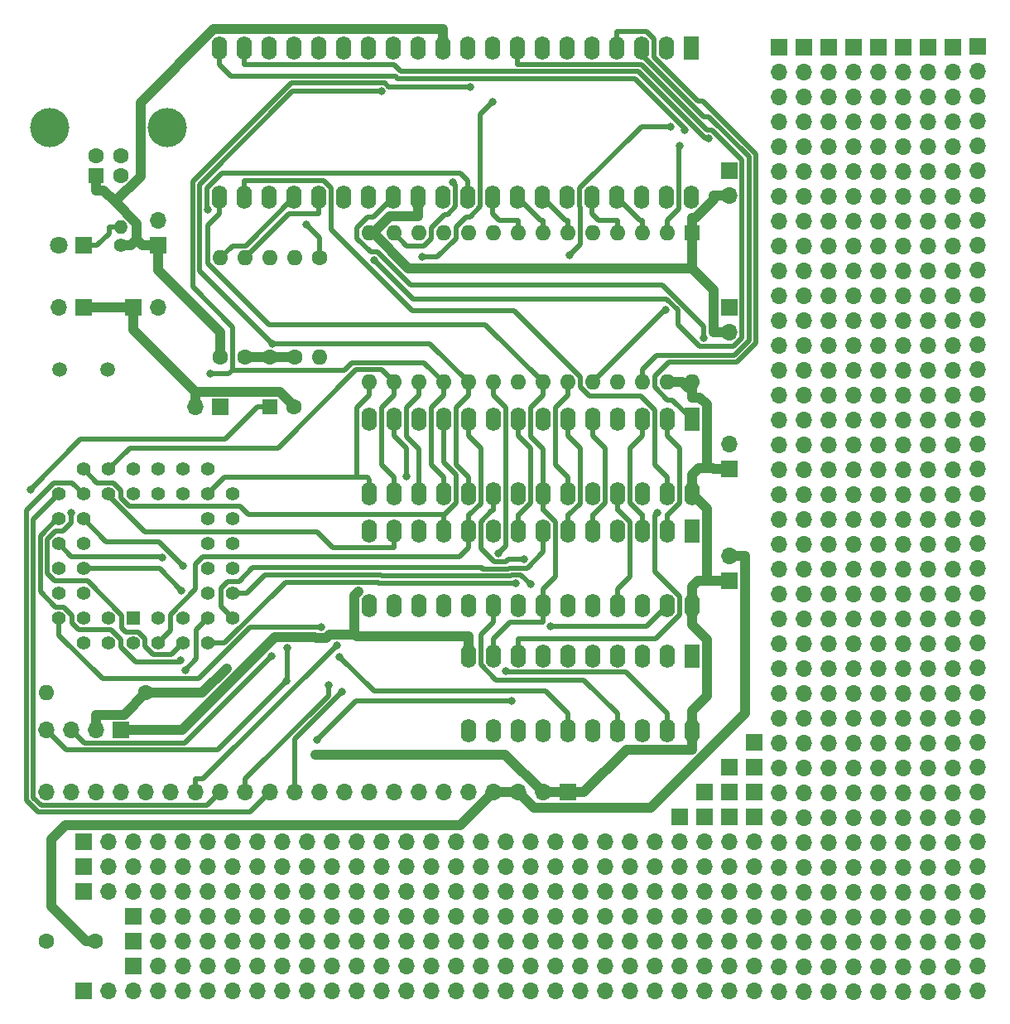
<source format=gbr>
%TF.GenerationSoftware,KiCad,Pcbnew,(6.0.1)*%
%TF.CreationDate,2022-03-08T21:02:58+01:00*%
%TF.ProjectId,Z80CPM,5a383043-504d-42e6-9b69-6361645f7063,rev?*%
%TF.SameCoordinates,Original*%
%TF.FileFunction,Copper,L2,Bot*%
%TF.FilePolarity,Positive*%
%FSLAX46Y46*%
G04 Gerber Fmt 4.6, Leading zero omitted, Abs format (unit mm)*
G04 Created by KiCad (PCBNEW (6.0.1)) date 2022-03-08 21:02:58*
%MOMM*%
%LPD*%
G01*
G04 APERTURE LIST*
%TA.AperFunction,ComponentPad*%
%ADD10R,1.700000X1.700000*%
%TD*%
%TA.AperFunction,ComponentPad*%
%ADD11O,1.700000X1.700000*%
%TD*%
%TA.AperFunction,ComponentPad*%
%ADD12C,1.600000*%
%TD*%
%TA.AperFunction,ComponentPad*%
%ADD13O,1.600000X1.600000*%
%TD*%
%TA.AperFunction,ComponentPad*%
%ADD14C,1.500000*%
%TD*%
%TA.AperFunction,ComponentPad*%
%ADD15R,1.600000X2.400000*%
%TD*%
%TA.AperFunction,ComponentPad*%
%ADD16O,1.600000X2.400000*%
%TD*%
%TA.AperFunction,ComponentPad*%
%ADD17R,1.600000X1.600000*%
%TD*%
%TA.AperFunction,ComponentPad*%
%ADD18C,4.000000*%
%TD*%
%TA.AperFunction,ComponentPad*%
%ADD19R,1.422400X1.422400*%
%TD*%
%TA.AperFunction,ComponentPad*%
%ADD20C,1.422400*%
%TD*%
%TA.AperFunction,ComponentPad*%
%ADD21R,1.800000X1.800000*%
%TD*%
%TA.AperFunction,ComponentPad*%
%ADD22C,1.800000*%
%TD*%
%TA.AperFunction,ComponentPad*%
%ADD23C,1.400000*%
%TD*%
%TA.AperFunction,ComponentPad*%
%ADD24O,1.400000X1.400000*%
%TD*%
%TA.AperFunction,ViaPad*%
%ADD25C,0.800000*%
%TD*%
%TA.AperFunction,Conductor*%
%ADD26C,0.500000*%
%TD*%
%TA.AperFunction,Conductor*%
%ADD27C,1.000000*%
%TD*%
G04 APERTURE END LIST*
D10*
%TO.P,,1*%
%TO.N,N/C*%
X36830000Y-121920000D03*
D11*
%TO.P,,2*%
X39370000Y-121920000D03*
%TO.P,,3*%
X41910000Y-121920000D03*
%TO.P,,4*%
X44450000Y-121920000D03*
%TO.P,,5*%
X46990000Y-121920000D03*
%TO.P,,6*%
X49530000Y-121920000D03*
%TO.P,,7*%
X52070000Y-121920000D03*
%TO.P,,8*%
X54610000Y-121920000D03*
%TO.P,,9*%
X57150000Y-121920000D03*
%TO.P,,10*%
X59690000Y-121920000D03*
%TO.P,,11*%
X62230000Y-121920000D03*
%TO.P,,12*%
X64770000Y-121920000D03*
%TO.P,,13*%
X67310000Y-121920000D03*
%TO.P,,14*%
X69850000Y-121920000D03*
%TO.P,,15*%
X72390000Y-121920000D03*
%TO.P,,16*%
X74930000Y-121920000D03*
%TO.P,,17*%
X77470000Y-121920000D03*
%TO.P,,18*%
X80010000Y-121920000D03*
%TO.P,,19*%
X82550000Y-121920000D03*
%TO.P,,20*%
X85090000Y-121920000D03*
%TO.P,,21*%
X87630000Y-121920000D03*
%TO.P,,22*%
X90170000Y-121920000D03*
%TO.P,,23*%
X92710000Y-121920000D03*
%TO.P,,24*%
X95250000Y-121920000D03*
%TO.P,,25*%
X97790000Y-121920000D03*
%TO.P,,26*%
X100330000Y-121920000D03*
%TD*%
D10*
%TO.P,,1*%
%TO.N,N/C*%
X36830000Y-119380000D03*
D11*
%TO.P,,2*%
X39370000Y-119380000D03*
%TO.P,,3*%
X41910000Y-119380000D03*
%TO.P,,4*%
X44450000Y-119380000D03*
%TO.P,,5*%
X46990000Y-119380000D03*
%TO.P,,6*%
X49530000Y-119380000D03*
%TO.P,,7*%
X52070000Y-119380000D03*
%TO.P,,8*%
X54610000Y-119380000D03*
%TO.P,,9*%
X57150000Y-119380000D03*
%TO.P,,10*%
X59690000Y-119380000D03*
%TO.P,,11*%
X62230000Y-119380000D03*
%TO.P,,12*%
X64770000Y-119380000D03*
%TO.P,,13*%
X67310000Y-119380000D03*
%TO.P,,14*%
X69850000Y-119380000D03*
%TO.P,,15*%
X72390000Y-119380000D03*
%TO.P,,16*%
X74930000Y-119380000D03*
%TO.P,,17*%
X77470000Y-119380000D03*
%TO.P,,18*%
X80010000Y-119380000D03*
%TO.P,,19*%
X82550000Y-119380000D03*
%TO.P,,20*%
X85090000Y-119380000D03*
%TO.P,,21*%
X87630000Y-119380000D03*
%TO.P,,22*%
X90170000Y-119380000D03*
%TO.P,,23*%
X92710000Y-119380000D03*
%TO.P,,24*%
X95250000Y-119380000D03*
%TO.P,,25*%
X97790000Y-119380000D03*
%TO.P,,26*%
X100330000Y-119380000D03*
%TD*%
D10*
%TO.P,,1*%
%TO.N,N/C*%
X31765000Y-109220000D03*
D11*
%TO.P,,2*%
X34305000Y-109220000D03*
%TO.P,,3*%
X36845000Y-109220000D03*
%TO.P,,4*%
X39385000Y-109220000D03*
%TO.P,,5*%
X41925000Y-109220000D03*
%TO.P,,6*%
X44465000Y-109220000D03*
%TO.P,,7*%
X47005000Y-109220000D03*
%TO.P,,8*%
X49545000Y-109220000D03*
%TO.P,,9*%
X52085000Y-109220000D03*
%TO.P,,10*%
X54625000Y-109220000D03*
%TO.P,,11*%
X57165000Y-109220000D03*
%TO.P,,12*%
X59705000Y-109220000D03*
%TO.P,,13*%
X62245000Y-109220000D03*
%TO.P,,14*%
X64785000Y-109220000D03*
%TO.P,,15*%
X67325000Y-109220000D03*
%TO.P,,16*%
X69865000Y-109220000D03*
%TO.P,,17*%
X72405000Y-109220000D03*
%TO.P,,18*%
X74945000Y-109220000D03*
%TO.P,,19*%
X77485000Y-109220000D03*
%TO.P,,20*%
X80025000Y-109220000D03*
%TO.P,,21*%
X82565000Y-109220000D03*
%TO.P,,22*%
X85105000Y-109220000D03*
%TO.P,,23*%
X87645000Y-109220000D03*
%TO.P,,24*%
X90185000Y-109220000D03*
%TO.P,,25*%
X92725000Y-109220000D03*
%TO.P,,26*%
X95265000Y-109220000D03*
%TO.P,,27*%
X97805000Y-109220000D03*
%TO.P,,28*%
X100345000Y-109220000D03*
%TD*%
D10*
%TO.P,,1*%
%TO.N,N/C*%
X31765000Y-111760000D03*
D11*
%TO.P,,2*%
X34305000Y-111760000D03*
%TO.P,,3*%
X36845000Y-111760000D03*
%TO.P,,4*%
X39385000Y-111760000D03*
%TO.P,,5*%
X41925000Y-111760000D03*
%TO.P,,6*%
X44465000Y-111760000D03*
%TO.P,,7*%
X47005000Y-111760000D03*
%TO.P,,8*%
X49545000Y-111760000D03*
%TO.P,,9*%
X52085000Y-111760000D03*
%TO.P,,10*%
X54625000Y-111760000D03*
%TO.P,,11*%
X57165000Y-111760000D03*
%TO.P,,12*%
X59705000Y-111760000D03*
%TO.P,,13*%
X62245000Y-111760000D03*
%TO.P,,14*%
X64785000Y-111760000D03*
%TO.P,,15*%
X67325000Y-111760000D03*
%TO.P,,16*%
X69865000Y-111760000D03*
%TO.P,,17*%
X72405000Y-111760000D03*
%TO.P,,18*%
X74945000Y-111760000D03*
%TO.P,,19*%
X77485000Y-111760000D03*
%TO.P,,20*%
X80025000Y-111760000D03*
%TO.P,,21*%
X82565000Y-111760000D03*
%TO.P,,22*%
X85105000Y-111760000D03*
%TO.P,,23*%
X87645000Y-111760000D03*
%TO.P,,24*%
X90185000Y-111760000D03*
%TO.P,,25*%
X92725000Y-111760000D03*
%TO.P,,26*%
X95265000Y-111760000D03*
%TO.P,,27*%
X97805000Y-111760000D03*
%TO.P,,28*%
X100345000Y-111760000D03*
%TD*%
D10*
%TO.P,,1*%
%TO.N,N/C*%
X31765000Y-114300000D03*
D11*
%TO.P,,2*%
X34305000Y-114300000D03*
%TO.P,,3*%
X36845000Y-114300000D03*
%TO.P,,4*%
X39385000Y-114300000D03*
%TO.P,,5*%
X41925000Y-114300000D03*
%TO.P,,6*%
X44465000Y-114300000D03*
%TO.P,,7*%
X47005000Y-114300000D03*
%TO.P,,8*%
X49545000Y-114300000D03*
%TO.P,,9*%
X52085000Y-114300000D03*
%TO.P,,10*%
X54625000Y-114300000D03*
%TO.P,,11*%
X57165000Y-114300000D03*
%TO.P,,12*%
X59705000Y-114300000D03*
%TO.P,,13*%
X62245000Y-114300000D03*
%TO.P,,14*%
X64785000Y-114300000D03*
%TO.P,,15*%
X67325000Y-114300000D03*
%TO.P,,16*%
X69865000Y-114300000D03*
%TO.P,,17*%
X72405000Y-114300000D03*
%TO.P,,18*%
X74945000Y-114300000D03*
%TO.P,,19*%
X77485000Y-114300000D03*
%TO.P,,20*%
X80025000Y-114300000D03*
%TO.P,,21*%
X82565000Y-114300000D03*
%TO.P,,22*%
X85105000Y-114300000D03*
%TO.P,,23*%
X87645000Y-114300000D03*
%TO.P,,24*%
X90185000Y-114300000D03*
%TO.P,,25*%
X92725000Y-114300000D03*
%TO.P,,26*%
X95265000Y-114300000D03*
%TO.P,,27*%
X97805000Y-114300000D03*
%TO.P,,28*%
X100345000Y-114300000D03*
%TD*%
%TO.P,,39*%
%TO.N,N/C*%
X102870000Y-124470000D03*
%TO.P,,38*%
X102870000Y-121930000D03*
%TO.P,,37*%
X102870000Y-119390000D03*
%TO.P,,36*%
X102870000Y-116850000D03*
%TO.P,,35*%
X102870000Y-114310000D03*
%TO.P,,34*%
X102870000Y-111770000D03*
%TO.P,,33*%
X102870000Y-109230000D03*
%TO.P,,32*%
X102870000Y-106690000D03*
%TO.P,,31*%
X102870000Y-104150000D03*
%TO.P,,30*%
X102870000Y-101610000D03*
%TO.P,,29*%
X102870000Y-99070000D03*
%TO.P,,28*%
X102870000Y-96530000D03*
%TO.P,,27*%
X102870000Y-93990000D03*
%TO.P,,26*%
X102870000Y-91450000D03*
%TO.P,,25*%
X102870000Y-88910000D03*
%TO.P,,24*%
X102870000Y-86370000D03*
%TO.P,,23*%
X102870000Y-83830000D03*
%TO.P,,22*%
X102870000Y-81290000D03*
%TO.P,,21*%
X102870000Y-78750000D03*
%TO.P,,20*%
X102870000Y-76210000D03*
%TO.P,,19*%
X102870000Y-73670000D03*
%TO.P,,18*%
X102870000Y-71130000D03*
%TO.P,,17*%
X102870000Y-68590000D03*
%TO.P,,16*%
X102870000Y-66050000D03*
%TO.P,,15*%
X102870000Y-63510000D03*
%TO.P,,14*%
X102870000Y-60970000D03*
%TO.P,,13*%
X102870000Y-58430000D03*
%TO.P,,12*%
X102870000Y-55890000D03*
%TO.P,,11*%
X102870000Y-53350000D03*
%TO.P,,10*%
X102870000Y-50810000D03*
%TO.P,,9*%
X102870000Y-48270000D03*
%TO.P,,8*%
X102870000Y-45730000D03*
%TO.P,,7*%
X102870000Y-43190000D03*
%TO.P,,6*%
X102870000Y-40650000D03*
%TO.P,,5*%
X102870000Y-38110000D03*
%TO.P,,4*%
X102870000Y-35570000D03*
%TO.P,,3*%
X102870000Y-33030000D03*
%TO.P,,2*%
X102870000Y-30490000D03*
D10*
%TO.P,,1*%
X102870000Y-27950000D03*
%TD*%
D11*
%TO.P,,39*%
%TO.N,N/C*%
X105410000Y-124470000D03*
%TO.P,,38*%
X105410000Y-121930000D03*
%TO.P,,37*%
X105410000Y-119390000D03*
%TO.P,,36*%
X105410000Y-116850000D03*
%TO.P,,35*%
X105410000Y-114310000D03*
%TO.P,,34*%
X105410000Y-111770000D03*
%TO.P,,33*%
X105410000Y-109230000D03*
%TO.P,,32*%
X105410000Y-106690000D03*
%TO.P,,31*%
X105410000Y-104150000D03*
%TO.P,,30*%
X105410000Y-101610000D03*
%TO.P,,29*%
X105410000Y-99070000D03*
%TO.P,,28*%
X105410000Y-96530000D03*
%TO.P,,27*%
X105410000Y-93990000D03*
%TO.P,,26*%
X105410000Y-91450000D03*
%TO.P,,25*%
X105410000Y-88910000D03*
%TO.P,,24*%
X105410000Y-86370000D03*
%TO.P,,23*%
X105410000Y-83830000D03*
%TO.P,,22*%
X105410000Y-81290000D03*
%TO.P,,21*%
X105410000Y-78750000D03*
%TO.P,,20*%
X105410000Y-76210000D03*
%TO.P,,19*%
X105410000Y-73670000D03*
%TO.P,,18*%
X105410000Y-71130000D03*
%TO.P,,17*%
X105410000Y-68590000D03*
%TO.P,,16*%
X105410000Y-66050000D03*
%TO.P,,15*%
X105410000Y-63510000D03*
%TO.P,,14*%
X105410000Y-60970000D03*
%TO.P,,13*%
X105410000Y-58430000D03*
%TO.P,,12*%
X105410000Y-55890000D03*
%TO.P,,11*%
X105410000Y-53350000D03*
%TO.P,,10*%
X105410000Y-50810000D03*
%TO.P,,9*%
X105410000Y-48270000D03*
%TO.P,,8*%
X105410000Y-45730000D03*
%TO.P,,7*%
X105410000Y-43190000D03*
%TO.P,,6*%
X105410000Y-40650000D03*
%TO.P,,5*%
X105410000Y-38110000D03*
%TO.P,,4*%
X105410000Y-35570000D03*
%TO.P,,3*%
X105410000Y-33030000D03*
%TO.P,,2*%
X105410000Y-30490000D03*
D10*
%TO.P,,1*%
X105410000Y-27950000D03*
%TD*%
D11*
%TO.P,,39*%
%TO.N,N/C*%
X107950000Y-124470000D03*
%TO.P,,38*%
X107950000Y-121930000D03*
%TO.P,,37*%
X107950000Y-119390000D03*
%TO.P,,36*%
X107950000Y-116850000D03*
%TO.P,,35*%
X107950000Y-114310000D03*
%TO.P,,34*%
X107950000Y-111770000D03*
%TO.P,,33*%
X107950000Y-109230000D03*
%TO.P,,32*%
X107950000Y-106690000D03*
%TO.P,,31*%
X107950000Y-104150000D03*
%TO.P,,30*%
X107950000Y-101610000D03*
%TO.P,,29*%
X107950000Y-99070000D03*
%TO.P,,28*%
X107950000Y-96530000D03*
%TO.P,,27*%
X107950000Y-93990000D03*
%TO.P,,26*%
X107950000Y-91450000D03*
%TO.P,,25*%
X107950000Y-88910000D03*
%TO.P,,24*%
X107950000Y-86370000D03*
%TO.P,,23*%
X107950000Y-83830000D03*
%TO.P,,22*%
X107950000Y-81290000D03*
%TO.P,,21*%
X107950000Y-78750000D03*
%TO.P,,20*%
X107950000Y-76210000D03*
%TO.P,,19*%
X107950000Y-73670000D03*
%TO.P,,18*%
X107950000Y-71130000D03*
%TO.P,,17*%
X107950000Y-68590000D03*
%TO.P,,16*%
X107950000Y-66050000D03*
%TO.P,,15*%
X107950000Y-63510000D03*
%TO.P,,14*%
X107950000Y-60970000D03*
%TO.P,,13*%
X107950000Y-58430000D03*
%TO.P,,12*%
X107950000Y-55890000D03*
%TO.P,,11*%
X107950000Y-53350000D03*
%TO.P,,10*%
X107950000Y-50810000D03*
%TO.P,,9*%
X107950000Y-48270000D03*
%TO.P,,8*%
X107950000Y-45730000D03*
%TO.P,,7*%
X107950000Y-43190000D03*
%TO.P,,6*%
X107950000Y-40650000D03*
%TO.P,,5*%
X107950000Y-38110000D03*
%TO.P,,4*%
X107950000Y-35570000D03*
%TO.P,,3*%
X107950000Y-33030000D03*
%TO.P,,2*%
X107950000Y-30490000D03*
D10*
%TO.P,,1*%
X107950000Y-27950000D03*
%TD*%
D11*
%TO.P,,39*%
%TO.N,N/C*%
X110490000Y-124470000D03*
%TO.P,,38*%
X110490000Y-121930000D03*
%TO.P,,37*%
X110490000Y-119390000D03*
%TO.P,,36*%
X110490000Y-116850000D03*
%TO.P,,35*%
X110490000Y-114310000D03*
%TO.P,,34*%
X110490000Y-111770000D03*
%TO.P,,33*%
X110490000Y-109230000D03*
%TO.P,,32*%
X110490000Y-106690000D03*
%TO.P,,31*%
X110490000Y-104150000D03*
%TO.P,,30*%
X110490000Y-101610000D03*
%TO.P,,29*%
X110490000Y-99070000D03*
%TO.P,,28*%
X110490000Y-96530000D03*
%TO.P,,27*%
X110490000Y-93990000D03*
%TO.P,,26*%
X110490000Y-91450000D03*
%TO.P,,25*%
X110490000Y-88910000D03*
%TO.P,,24*%
X110490000Y-86370000D03*
%TO.P,,23*%
X110490000Y-83830000D03*
%TO.P,,22*%
X110490000Y-81290000D03*
%TO.P,,21*%
X110490000Y-78750000D03*
%TO.P,,20*%
X110490000Y-76210000D03*
%TO.P,,19*%
X110490000Y-73670000D03*
%TO.P,,18*%
X110490000Y-71130000D03*
%TO.P,,17*%
X110490000Y-68590000D03*
%TO.P,,16*%
X110490000Y-66050000D03*
%TO.P,,15*%
X110490000Y-63510000D03*
%TO.P,,14*%
X110490000Y-60970000D03*
%TO.P,,13*%
X110490000Y-58430000D03*
%TO.P,,12*%
X110490000Y-55890000D03*
%TO.P,,11*%
X110490000Y-53350000D03*
%TO.P,,10*%
X110490000Y-50810000D03*
%TO.P,,9*%
X110490000Y-48270000D03*
%TO.P,,8*%
X110490000Y-45730000D03*
%TO.P,,7*%
X110490000Y-43190000D03*
%TO.P,,6*%
X110490000Y-40650000D03*
%TO.P,,5*%
X110490000Y-38110000D03*
%TO.P,,4*%
X110490000Y-35570000D03*
%TO.P,,3*%
X110490000Y-33030000D03*
%TO.P,,2*%
X110490000Y-30490000D03*
D10*
%TO.P,,1*%
X110490000Y-27950000D03*
%TD*%
D11*
%TO.P,,39*%
%TO.N,N/C*%
X113030000Y-124470000D03*
%TO.P,,38*%
X113030000Y-121930000D03*
%TO.P,,37*%
X113030000Y-119390000D03*
%TO.P,,36*%
X113030000Y-116850000D03*
%TO.P,,35*%
X113030000Y-114310000D03*
%TO.P,,34*%
X113030000Y-111770000D03*
%TO.P,,33*%
X113030000Y-109230000D03*
%TO.P,,32*%
X113030000Y-106690000D03*
%TO.P,,31*%
X113030000Y-104150000D03*
%TO.P,,30*%
X113030000Y-101610000D03*
%TO.P,,29*%
X113030000Y-99070000D03*
%TO.P,,28*%
X113030000Y-96530000D03*
%TO.P,,27*%
X113030000Y-93990000D03*
%TO.P,,26*%
X113030000Y-91450000D03*
%TO.P,,25*%
X113030000Y-88910000D03*
%TO.P,,24*%
X113030000Y-86370000D03*
%TO.P,,23*%
X113030000Y-83830000D03*
%TO.P,,22*%
X113030000Y-81290000D03*
%TO.P,,21*%
X113030000Y-78750000D03*
%TO.P,,20*%
X113030000Y-76210000D03*
%TO.P,,19*%
X113030000Y-73670000D03*
%TO.P,,18*%
X113030000Y-71130000D03*
%TO.P,,17*%
X113030000Y-68590000D03*
%TO.P,,16*%
X113030000Y-66050000D03*
%TO.P,,15*%
X113030000Y-63510000D03*
%TO.P,,14*%
X113030000Y-60970000D03*
%TO.P,,13*%
X113030000Y-58430000D03*
%TO.P,,12*%
X113030000Y-55890000D03*
%TO.P,,11*%
X113030000Y-53350000D03*
%TO.P,,10*%
X113030000Y-50810000D03*
%TO.P,,9*%
X113030000Y-48270000D03*
%TO.P,,8*%
X113030000Y-45730000D03*
%TO.P,,7*%
X113030000Y-43190000D03*
%TO.P,,6*%
X113030000Y-40650000D03*
%TO.P,,5*%
X113030000Y-38110000D03*
%TO.P,,4*%
X113030000Y-35570000D03*
%TO.P,,3*%
X113030000Y-33030000D03*
%TO.P,,2*%
X113030000Y-30490000D03*
D10*
%TO.P,,1*%
X113030000Y-27950000D03*
%TD*%
D11*
%TO.P,,39*%
%TO.N,N/C*%
X115570000Y-124470000D03*
%TO.P,,38*%
X115570000Y-121930000D03*
%TO.P,,37*%
X115570000Y-119390000D03*
%TO.P,,36*%
X115570000Y-116850000D03*
%TO.P,,35*%
X115570000Y-114310000D03*
%TO.P,,34*%
X115570000Y-111770000D03*
%TO.P,,33*%
X115570000Y-109230000D03*
%TO.P,,32*%
X115570000Y-106690000D03*
%TO.P,,31*%
X115570000Y-104150000D03*
%TO.P,,30*%
X115570000Y-101610000D03*
%TO.P,,29*%
X115570000Y-99070000D03*
%TO.P,,28*%
X115570000Y-96530000D03*
%TO.P,,27*%
X115570000Y-93990000D03*
%TO.P,,26*%
X115570000Y-91450000D03*
%TO.P,,25*%
X115570000Y-88910000D03*
%TO.P,,24*%
X115570000Y-86370000D03*
%TO.P,,23*%
X115570000Y-83830000D03*
%TO.P,,22*%
X115570000Y-81290000D03*
%TO.P,,21*%
X115570000Y-78750000D03*
%TO.P,,20*%
X115570000Y-76210000D03*
%TO.P,,19*%
X115570000Y-73670000D03*
%TO.P,,18*%
X115570000Y-71130000D03*
%TO.P,,17*%
X115570000Y-68590000D03*
%TO.P,,16*%
X115570000Y-66050000D03*
%TO.P,,15*%
X115570000Y-63510000D03*
%TO.P,,14*%
X115570000Y-60970000D03*
%TO.P,,13*%
X115570000Y-58430000D03*
%TO.P,,12*%
X115570000Y-55890000D03*
%TO.P,,11*%
X115570000Y-53350000D03*
%TO.P,,10*%
X115570000Y-50810000D03*
%TO.P,,9*%
X115570000Y-48270000D03*
%TO.P,,8*%
X115570000Y-45730000D03*
%TO.P,,7*%
X115570000Y-43190000D03*
%TO.P,,6*%
X115570000Y-40650000D03*
%TO.P,,5*%
X115570000Y-38110000D03*
%TO.P,,4*%
X115570000Y-35570000D03*
%TO.P,,3*%
X115570000Y-33030000D03*
%TO.P,,2*%
X115570000Y-30490000D03*
D10*
%TO.P,,1*%
X115570000Y-27950000D03*
%TD*%
D11*
%TO.P,,39*%
%TO.N,N/C*%
X118110000Y-124470000D03*
%TO.P,,38*%
X118110000Y-121930000D03*
%TO.P,,37*%
X118110000Y-119390000D03*
%TO.P,,36*%
X118110000Y-116850000D03*
%TO.P,,35*%
X118110000Y-114310000D03*
%TO.P,,34*%
X118110000Y-111770000D03*
%TO.P,,33*%
X118110000Y-109230000D03*
%TO.P,,32*%
X118110000Y-106690000D03*
%TO.P,,31*%
X118110000Y-104150000D03*
%TO.P,,30*%
X118110000Y-101610000D03*
%TO.P,,29*%
X118110000Y-99070000D03*
%TO.P,,28*%
X118110000Y-96530000D03*
%TO.P,,27*%
X118110000Y-93990000D03*
%TO.P,,26*%
X118110000Y-91450000D03*
%TO.P,,25*%
X118110000Y-88910000D03*
%TO.P,,24*%
X118110000Y-86370000D03*
%TO.P,,23*%
X118110000Y-83830000D03*
%TO.P,,22*%
X118110000Y-81290000D03*
%TO.P,,21*%
X118110000Y-78750000D03*
%TO.P,,20*%
X118110000Y-76210000D03*
%TO.P,,19*%
X118110000Y-73670000D03*
%TO.P,,18*%
X118110000Y-71130000D03*
%TO.P,,17*%
X118110000Y-68590000D03*
%TO.P,,16*%
X118110000Y-66050000D03*
%TO.P,,15*%
X118110000Y-63510000D03*
%TO.P,,14*%
X118110000Y-60970000D03*
%TO.P,,13*%
X118110000Y-58430000D03*
%TO.P,,12*%
X118110000Y-55890000D03*
%TO.P,,11*%
X118110000Y-53350000D03*
%TO.P,,10*%
X118110000Y-50810000D03*
%TO.P,,9*%
X118110000Y-48270000D03*
%TO.P,,8*%
X118110000Y-45730000D03*
%TO.P,,7*%
X118110000Y-43190000D03*
%TO.P,,6*%
X118110000Y-40650000D03*
%TO.P,,5*%
X118110000Y-38110000D03*
%TO.P,,4*%
X118110000Y-35570000D03*
%TO.P,,3*%
X118110000Y-33030000D03*
%TO.P,,2*%
X118110000Y-30490000D03*
D10*
%TO.P,,1*%
X118110000Y-27950000D03*
%TD*%
D11*
%TO.P,,39*%
%TO.N,N/C*%
X120650000Y-124470000D03*
%TO.P,,38*%
X120650000Y-121930000D03*
%TO.P,,37*%
X120650000Y-119390000D03*
%TO.P,,36*%
X120650000Y-116850000D03*
%TO.P,,35*%
X120650000Y-114310000D03*
%TO.P,,34*%
X120650000Y-111770000D03*
%TO.P,,33*%
X120650000Y-109230000D03*
%TO.P,,32*%
X120650000Y-106690000D03*
%TO.P,,31*%
X120650000Y-104150000D03*
%TO.P,,30*%
X120650000Y-101610000D03*
%TO.P,,29*%
X120650000Y-99070000D03*
%TO.P,,28*%
X120650000Y-96530000D03*
%TO.P,,27*%
X120650000Y-93990000D03*
%TO.P,,26*%
X120650000Y-91450000D03*
%TO.P,,25*%
X120650000Y-88910000D03*
%TO.P,,24*%
X120650000Y-86370000D03*
%TO.P,,23*%
X120650000Y-83830000D03*
%TO.P,,22*%
X120650000Y-81290000D03*
%TO.P,,21*%
X120650000Y-78750000D03*
%TO.P,,20*%
X120650000Y-76210000D03*
%TO.P,,19*%
X120650000Y-73670000D03*
%TO.P,,18*%
X120650000Y-71130000D03*
%TO.P,,17*%
X120650000Y-68590000D03*
%TO.P,,16*%
X120650000Y-66050000D03*
%TO.P,,15*%
X120650000Y-63510000D03*
%TO.P,,14*%
X120650000Y-60970000D03*
%TO.P,,13*%
X120650000Y-58430000D03*
%TO.P,,12*%
X120650000Y-55890000D03*
%TO.P,,11*%
X120650000Y-53350000D03*
%TO.P,,10*%
X120650000Y-50810000D03*
%TO.P,,9*%
X120650000Y-48270000D03*
%TO.P,,8*%
X120650000Y-45730000D03*
%TO.P,,7*%
X120650000Y-43190000D03*
%TO.P,,6*%
X120650000Y-40650000D03*
%TO.P,,5*%
X120650000Y-38110000D03*
%TO.P,,4*%
X120650000Y-35570000D03*
%TO.P,,3*%
X120650000Y-33030000D03*
%TO.P,,2*%
X120650000Y-30490000D03*
D10*
%TO.P,,1*%
X120650000Y-27950000D03*
%TD*%
%TO.P,,1*%
%TO.N,N/C*%
X100330000Y-99060000D03*
%TD*%
%TO.P,,1*%
%TO.N,N/C*%
X100330000Y-106680000D03*
%TD*%
%TO.P,,1*%
%TO.N,N/C*%
X97790000Y-106680000D03*
%TD*%
%TO.P,,1*%
%TO.N,N/C*%
X95250000Y-106680000D03*
%TD*%
%TO.P,,1*%
%TO.N,N/C*%
X92710000Y-106680000D03*
%TD*%
%TO.P,,1*%
%TO.N,N/C*%
X95250000Y-104140000D03*
%TD*%
%TO.P,,1*%
%TO.N,N/C*%
X97790000Y-104140000D03*
%TD*%
%TO.P,,1*%
%TO.N,N/C*%
X100330000Y-104140000D03*
%TD*%
%TO.P,,1*%
%TO.N,N/C*%
X100330000Y-101600000D03*
%TD*%
%TO.P,,1*%
%TO.N,N/C*%
X97790000Y-101600000D03*
%TD*%
%TO.P,,1*%
%TO.N,N/C*%
X31765000Y-124460000D03*
D11*
%TO.P,,2*%
X34305000Y-124460000D03*
%TO.P,,3*%
X36845000Y-124460000D03*
%TO.P,,4*%
X39385000Y-124460000D03*
%TO.P,,5*%
X41925000Y-124460000D03*
%TO.P,,6*%
X44465000Y-124460000D03*
%TO.P,,7*%
X47005000Y-124460000D03*
%TO.P,,8*%
X49545000Y-124460000D03*
%TO.P,,9*%
X52085000Y-124460000D03*
%TO.P,,10*%
X54625000Y-124460000D03*
%TO.P,,11*%
X57165000Y-124460000D03*
%TO.P,,12*%
X59705000Y-124460000D03*
%TO.P,,13*%
X62245000Y-124460000D03*
%TO.P,,14*%
X64785000Y-124460000D03*
%TO.P,,15*%
X67325000Y-124460000D03*
%TO.P,,16*%
X69865000Y-124460000D03*
%TO.P,,17*%
X72405000Y-124460000D03*
%TO.P,,18*%
X74945000Y-124460000D03*
%TO.P,,19*%
X77485000Y-124460000D03*
%TO.P,,20*%
X80025000Y-124460000D03*
%TO.P,,21*%
X82565000Y-124460000D03*
%TO.P,,22*%
X85105000Y-124460000D03*
%TO.P,,23*%
X87645000Y-124460000D03*
%TO.P,,24*%
X90185000Y-124460000D03*
%TO.P,,25*%
X92725000Y-124460000D03*
%TO.P,,26*%
X95265000Y-124460000D03*
%TO.P,,27*%
X97805000Y-124460000D03*
%TO.P,,28*%
X100345000Y-124460000D03*
%TD*%
D10*
%TO.P,,1*%
%TO.N,N/C*%
X36830000Y-116840000D03*
D11*
%TO.P,,2*%
X39370000Y-116840000D03*
%TO.P,,3*%
X41910000Y-116840000D03*
%TO.P,,4*%
X44450000Y-116840000D03*
%TO.P,,5*%
X46990000Y-116840000D03*
%TO.P,,6*%
X49530000Y-116840000D03*
%TO.P,,7*%
X52070000Y-116840000D03*
%TO.P,,8*%
X54610000Y-116840000D03*
%TO.P,,9*%
X57150000Y-116840000D03*
%TO.P,,10*%
X59690000Y-116840000D03*
%TO.P,,11*%
X62230000Y-116840000D03*
%TO.P,,12*%
X64770000Y-116840000D03*
%TO.P,,13*%
X67310000Y-116840000D03*
%TO.P,,14*%
X69850000Y-116840000D03*
%TO.P,,15*%
X72390000Y-116840000D03*
%TO.P,,16*%
X74930000Y-116840000D03*
%TO.P,,17*%
X77470000Y-116840000D03*
%TO.P,,18*%
X80010000Y-116840000D03*
%TO.P,,19*%
X82550000Y-116840000D03*
%TO.P,,20*%
X85090000Y-116840000D03*
%TO.P,,21*%
X87630000Y-116840000D03*
%TO.P,,22*%
X90170000Y-116840000D03*
%TO.P,,23*%
X92710000Y-116840000D03*
%TO.P,,24*%
X95250000Y-116840000D03*
%TO.P,,25*%
X97790000Y-116840000D03*
%TO.P,,26*%
X100330000Y-116840000D03*
%TD*%
%TO.P,,39*%
%TO.N,N/C*%
X123190000Y-124460000D03*
%TO.P,,38*%
X123190000Y-121920000D03*
%TO.P,,37*%
X123190000Y-119380000D03*
%TO.P,,36*%
X123190000Y-116840000D03*
%TO.P,,35*%
X123190000Y-114300000D03*
%TO.P,,34*%
X123190000Y-111760000D03*
%TO.P,,33*%
X123190000Y-109220000D03*
%TO.P,,32*%
X123190000Y-106680000D03*
%TO.P,,31*%
X123190000Y-104140000D03*
%TO.P,,30*%
X123190000Y-101600000D03*
%TO.P,,29*%
X123190000Y-99060000D03*
%TO.P,,28*%
X123190000Y-96520000D03*
%TO.P,,27*%
X123190000Y-93980000D03*
%TO.P,,26*%
X123190000Y-91440000D03*
%TO.P,,25*%
X123190000Y-88900000D03*
%TO.P,,24*%
X123190000Y-86360000D03*
%TO.P,,23*%
X123190000Y-83820000D03*
%TO.P,,22*%
X123190000Y-81280000D03*
%TO.P,,21*%
X123190000Y-78740000D03*
%TO.P,,20*%
X123190000Y-76200000D03*
%TO.P,,19*%
X123190000Y-73660000D03*
%TO.P,,18*%
X123190000Y-71120000D03*
%TO.P,,17*%
X123190000Y-68580000D03*
%TO.P,,16*%
X123190000Y-66040000D03*
%TO.P,,15*%
X123190000Y-63500000D03*
%TO.P,,14*%
X123190000Y-60960000D03*
%TO.P,,13*%
X123190000Y-58420000D03*
%TO.P,,12*%
X123190000Y-55880000D03*
%TO.P,,11*%
X123190000Y-53340000D03*
%TO.P,,10*%
X123190000Y-50800000D03*
%TO.P,,9*%
X123190000Y-48260000D03*
%TO.P,,8*%
X123190000Y-45720000D03*
%TO.P,,7*%
X123190000Y-43180000D03*
%TO.P,,6*%
X123190000Y-40640000D03*
%TO.P,,5*%
X123190000Y-38100000D03*
%TO.P,,4*%
X123190000Y-35560000D03*
%TO.P,,3*%
X123190000Y-33020000D03*
%TO.P,,2*%
X123190000Y-30480000D03*
D10*
%TO.P,,1*%
X123190000Y-27940000D03*
%TD*%
%TO.P,C2,1*%
%TO.N,+5V*%
X39370000Y-48260000D03*
D11*
%TO.P,C2,2*%
%TO.N,GND*%
X39370000Y-45720000D03*
%TD*%
D12*
%TO.P,R2,1*%
%TO.N,+5V*%
X50800000Y-59690000D03*
D13*
%TO.P,R2,2*%
%TO.N,INT\u005C*%
X50800000Y-49530000D03*
%TD*%
D14*
%TO.P,3\u002C6864Mhz1,1,1*%
%TO.N,X1{slash}CLK*%
X34200000Y-60960000D03*
%TO.P,3\u002C6864Mhz1,2,2*%
%TO.N,X2*%
X29300000Y-60960000D03*
%TD*%
D15*
%TO.P,U2,1,I1/CLK*%
%TO.N,/A13*%
X93975000Y-90180000D03*
D16*
%TO.P,U2,2,I2*%
%TO.N,/A14*%
X91435000Y-90180000D03*
%TO.P,U2,3,I3*%
%TO.N,/A15*%
X88895000Y-90180000D03*
%TO.P,U2,4,I4*%
%TO.N,MEMRQ\u005C*%
X86355000Y-90180000D03*
%TO.P,U2,5,I5*%
%TO.N,IORQ\u005C*%
X83815000Y-90180000D03*
%TO.P,U2,6,I6*%
%TO.N,OP7*%
X81275000Y-90180000D03*
%TO.P,U2,7,I7*%
%TO.N,X1{slash}CLK*%
X78735000Y-90180000D03*
%TO.P,U2,8,I8*%
%TO.N,RFSH\u005C*%
X76195000Y-90180000D03*
%TO.P,U2,9,I9*%
%TO.N,RD\u005C*%
X73655000Y-90180000D03*
%TO.P,U2,10,GND*%
%TO.N,GND*%
X71115000Y-90180000D03*
%TO.P,U2,11,I10/~{OE}*%
%TO.N,M1\u005C*%
X71115000Y-97800000D03*
%TO.P,U2,12,IO8*%
%TO.N,WR\u005C*%
X73655000Y-97800000D03*
%TO.P,U2,13,IO7*%
%TO.N,unconnected-(U2-Pad13)*%
X76195000Y-97800000D03*
%TO.P,U2,14,IO6*%
%TO.N,unconnected-(U2-Pad14)*%
X78735000Y-97800000D03*
%TO.P,U2,15,IO5*%
%TO.N,M1IOREQ\u005C*%
X81275000Y-97800000D03*
%TO.P,U2,16,IO4*%
%TO.N,CLK*%
X83815000Y-97800000D03*
%TO.P,U2,17,I03*%
%TO.N,Net-(U2-Pad17)*%
X86355000Y-97800000D03*
%TO.P,U2,18,IO2*%
%TO.N,Net-(U2-Pad18)*%
X88895000Y-97800000D03*
%TO.P,U2,19,IO1*%
%TO.N,Net-(U2-Pad19)*%
X91435000Y-97800000D03*
%TO.P,U2,20,VCC*%
%TO.N,+5V*%
X93975000Y-97800000D03*
%TD*%
D15*
%TO.P,U5,1,A14*%
%TO.N,/A14*%
X93970000Y-77455000D03*
D16*
%TO.P,U5,2,A12*%
%TO.N,/A12*%
X91430000Y-77455000D03*
%TO.P,U5,3,A7*%
%TO.N,/A7*%
X88890000Y-77455000D03*
%TO.P,U5,4,A6*%
%TO.N,/A6*%
X86350000Y-77455000D03*
%TO.P,U5,5,A5*%
%TO.N,/A5*%
X83810000Y-77455000D03*
%TO.P,U5,6,A4*%
%TO.N,/A4*%
X81270000Y-77455000D03*
%TO.P,U5,7,A3*%
%TO.N,/A3*%
X78730000Y-77455000D03*
%TO.P,U5,8,A2*%
%TO.N,/A2*%
X76190000Y-77455000D03*
%TO.P,U5,9,A1*%
%TO.N,/A1*%
X73650000Y-77455000D03*
%TO.P,U5,10,A0*%
%TO.N,/A0*%
X71110000Y-77455000D03*
%TO.P,U5,11,D0*%
%TO.N,/D0*%
X68570000Y-77455000D03*
%TO.P,U5,12,D1*%
%TO.N,/D1*%
X66030000Y-77455000D03*
%TO.P,U5,13,D2*%
%TO.N,/D2*%
X63490000Y-77455000D03*
%TO.P,U5,14,GND*%
%TO.N,GND*%
X60950000Y-77455000D03*
%TO.P,U5,15,D3*%
%TO.N,/D3*%
X60950000Y-85075000D03*
%TO.P,U5,16,D4*%
%TO.N,/D4*%
X63490000Y-85075000D03*
%TO.P,U5,17,D5*%
%TO.N,/D5*%
X66030000Y-85075000D03*
%TO.P,U5,18,D6*%
%TO.N,/D6*%
X68570000Y-85075000D03*
%TO.P,U5,19,D7*%
%TO.N,/D7*%
X71110000Y-85075000D03*
%TO.P,U5,20,~{CE}*%
%TO.N,Net-(U2-Pad17)*%
X73650000Y-85075000D03*
%TO.P,U5,21,A10*%
%TO.N,/A10*%
X76190000Y-85075000D03*
%TO.P,U5,22,~{OE}*%
%TO.N,RD\u005C*%
X78730000Y-85075000D03*
%TO.P,U5,23,A11*%
%TO.N,/A11*%
X81270000Y-85075000D03*
%TO.P,U5,24,A9*%
%TO.N,/A9*%
X83810000Y-85075000D03*
%TO.P,U5,25,A8*%
%TO.N,/A8*%
X86350000Y-85075000D03*
%TO.P,U5,26,A13*%
%TO.N,/A13*%
X88890000Y-85075000D03*
%TO.P,U5,27,~{WE}*%
%TO.N,WR\u005C*%
X91430000Y-85075000D03*
%TO.P,U5,28,VCC*%
%TO.N,+5V*%
X93970000Y-85075000D03*
%TD*%
D12*
%TO.P,R1,1*%
%TO.N,Net-(U1-Pad17)*%
X55880000Y-49530000D03*
D13*
%TO.P,R1,2*%
%TO.N,+5V*%
X55880000Y-59690000D03*
%TD*%
D17*
%TO.P,J1,1,VBUS*%
%TO.N,+5V*%
X33040000Y-41077500D03*
D12*
%TO.P,J1,2,D-*%
%TO.N,unconnected-(J1-Pad2)*%
X35540000Y-41077500D03*
%TO.P,J1,3,D+*%
%TO.N,unconnected-(J1-Pad3)*%
X35540000Y-39077500D03*
%TO.P,J1,4,GND*%
%TO.N,GND*%
X33040000Y-39077500D03*
D18*
%TO.P,J1,5,Shield*%
%TO.N,unconnected-(J1-Pad5)*%
X28290000Y-36217500D03*
X40290000Y-36217500D03*
%TD*%
D17*
%TO.P,U3,1,VPP*%
%TO.N,GND*%
X93970000Y-46985000D03*
D13*
%TO.P,U3,2,A12*%
%TO.N,/A12*%
X91430000Y-46985000D03*
%TO.P,U3,3,A7*%
%TO.N,/A7*%
X88890000Y-46985000D03*
%TO.P,U3,4,A6*%
%TO.N,/A6*%
X86350000Y-46985000D03*
%TO.P,U3,5,A5*%
%TO.N,/A5*%
X83810000Y-46985000D03*
%TO.P,U3,6,A4*%
%TO.N,/A4*%
X81270000Y-46985000D03*
%TO.P,U3,7,A3*%
%TO.N,/A3*%
X78730000Y-46985000D03*
%TO.P,U3,8,A2*%
%TO.N,/A2*%
X76190000Y-46985000D03*
%TO.P,U3,9,A1*%
%TO.N,/A1*%
X73650000Y-46985000D03*
%TO.P,U3,10,A0*%
%TO.N,/A0*%
X71110000Y-46985000D03*
%TO.P,U3,11,D0*%
%TO.N,/D0*%
X68570000Y-46985000D03*
%TO.P,U3,12,D1*%
%TO.N,/D1*%
X66030000Y-46985000D03*
%TO.P,U3,13,D2*%
%TO.N,/D2*%
X63490000Y-46985000D03*
%TO.P,U3,14,GND*%
%TO.N,GND*%
X60950000Y-46985000D03*
%TO.P,U3,15,D3*%
%TO.N,/D3*%
X60950000Y-62225000D03*
%TO.P,U3,16,D4*%
%TO.N,/D4*%
X63490000Y-62225000D03*
%TO.P,U3,17,D5*%
%TO.N,/D5*%
X66030000Y-62225000D03*
%TO.P,U3,18,D6*%
%TO.N,/D6*%
X68570000Y-62225000D03*
%TO.P,U3,19,D7*%
%TO.N,/D7*%
X71110000Y-62225000D03*
%TO.P,U3,20,~{CE}*%
%TO.N,Net-(U2-Pad19)*%
X73650000Y-62225000D03*
%TO.P,U3,21,A10*%
%TO.N,/A10*%
X76190000Y-62225000D03*
%TO.P,U3,22,~{OE}*%
%TO.N,RD\u005C*%
X78730000Y-62225000D03*
%TO.P,U3,23,A11*%
%TO.N,/A11*%
X81270000Y-62225000D03*
%TO.P,U3,24,A9*%
%TO.N,/A9*%
X83810000Y-62225000D03*
%TO.P,U3,25,A8*%
%TO.N,/A8*%
X86350000Y-62225000D03*
%TO.P,U3,26,A13*%
%TO.N,/A13*%
X88890000Y-62225000D03*
%TO.P,U3,27,A14*%
%TO.N,+5V*%
X91430000Y-62225000D03*
%TO.P,U3,28,VCC*%
X93970000Y-62225000D03*
%TD*%
D10*
%TO.P,J2,1,Pin_1*%
%TO.N,GND*%
X35550000Y-97790000D03*
D11*
%TO.P,J2,2,Pin_2*%
%TO.N,+5V*%
X33010000Y-97790000D03*
%TO.P,J2,3,Pin_3*%
%TO.N,/B2*%
X30470000Y-97790000D03*
%TO.P,J2,4,Pin_4*%
%TO.N,/B3*%
X27930000Y-97790000D03*
%TD*%
D15*
%TO.P,U1,1,A11*%
%TO.N,/A11*%
X93920000Y-28085000D03*
D16*
%TO.P,U1,2,A12*%
%TO.N,/A12*%
X91380000Y-28085000D03*
%TO.P,U1,3,A13*%
%TO.N,/A13*%
X88840000Y-28085000D03*
%TO.P,U1,4,A14*%
%TO.N,/A14*%
X86300000Y-28085000D03*
%TO.P,U1,5,A15*%
%TO.N,/A15*%
X83760000Y-28085000D03*
%TO.P,U1,6,~{CLK}*%
%TO.N,CLK*%
X81220000Y-28085000D03*
%TO.P,U1,7,D4*%
%TO.N,/D4*%
X78680000Y-28085000D03*
%TO.P,U1,8,D3*%
%TO.N,/D3*%
X76140000Y-28085000D03*
%TO.P,U1,9,D5*%
%TO.N,/D5*%
X73600000Y-28085000D03*
%TO.P,U1,10,D6*%
%TO.N,/D6*%
X71060000Y-28085000D03*
%TO.P,U1,11,VCC*%
%TO.N,+5V*%
X68520000Y-28085000D03*
%TO.P,U1,12,D2*%
%TO.N,/D2*%
X65980000Y-28085000D03*
%TO.P,U1,13,D7*%
%TO.N,/D7*%
X63440000Y-28085000D03*
%TO.P,U1,14,D0*%
%TO.N,/D0*%
X60900000Y-28085000D03*
%TO.P,U1,15,D1*%
%TO.N,/D1*%
X58360000Y-28085000D03*
%TO.P,U1,16,~{INT}*%
%TO.N,INT\u005C*%
X55820000Y-28085000D03*
%TO.P,U1,17,~{NMI}*%
%TO.N,Net-(U1-Pad17)*%
X53280000Y-28085000D03*
%TO.P,U1,18,~{HALT}*%
%TO.N,unconnected-(U1-Pad18)*%
X50740000Y-28085000D03*
%TO.P,U1,19,~{MREQ}*%
%TO.N,MEMRQ\u005C*%
X48200000Y-28085000D03*
%TO.P,U1,20,~{IORQ}*%
%TO.N,IORQ\u005C*%
X45660000Y-28085000D03*
%TO.P,U1,21,~{RD}*%
%TO.N,RD\u005C*%
X45660000Y-43325000D03*
%TO.P,U1,22,~{WR}*%
%TO.N,WR\u005C*%
X48200000Y-43325000D03*
%TO.P,U1,23,~{BUSACK}*%
%TO.N,unconnected-(U1-Pad23)*%
X50740000Y-43325000D03*
%TO.P,U1,24,~{WAIT}*%
%TO.N,Net-(R3-Pad2)*%
X53280000Y-43325000D03*
%TO.P,U1,25,~{BUSRQ}*%
%TO.N,Net-(R4-Pad2)*%
X55820000Y-43325000D03*
%TO.P,U1,26,~{RESET}*%
%TO.N,RES\u005C*%
X58360000Y-43325000D03*
%TO.P,U1,27,~{M1}*%
%TO.N,M1\u005C*%
X60900000Y-43325000D03*
%TO.P,U1,28,~{RFSH}*%
%TO.N,RFSH\u005C*%
X63440000Y-43325000D03*
%TO.P,U1,29,GND*%
%TO.N,GND*%
X65980000Y-43325000D03*
%TO.P,U1,30,A0*%
%TO.N,/A0*%
X68520000Y-43325000D03*
%TO.P,U1,31,A1*%
%TO.N,/A1*%
X71060000Y-43325000D03*
%TO.P,U1,32,A2*%
%TO.N,/A2*%
X73600000Y-43325000D03*
%TO.P,U1,33,A3*%
%TO.N,/A3*%
X76140000Y-43325000D03*
%TO.P,U1,34,A4*%
%TO.N,/A4*%
X78680000Y-43325000D03*
%TO.P,U1,35,A5*%
%TO.N,/A5*%
X81220000Y-43325000D03*
%TO.P,U1,36,A6*%
%TO.N,/A6*%
X83760000Y-43325000D03*
%TO.P,U1,37,A7*%
%TO.N,/A7*%
X86300000Y-43325000D03*
%TO.P,U1,38,A8*%
%TO.N,/A8*%
X88840000Y-43325000D03*
%TO.P,U1,39,A9*%
%TO.N,/A9*%
X91380000Y-43325000D03*
%TO.P,U1,40,A10*%
%TO.N,/A10*%
X93920000Y-43325000D03*
%TD*%
D12*
%TO.P,R5,1*%
%TO.N,+5V*%
X53340000Y-59690000D03*
D13*
%TO.P,R5,2*%
%TO.N,RES\u005C*%
X53340000Y-49530000D03*
%TD*%
D12*
%TO.P,R7,1*%
%TO.N,+5V*%
X38100000Y-93980000D03*
D13*
%TO.P,R7,2*%
%TO.N,Net-(R7-Pad2)*%
X27940000Y-93980000D03*
%TD*%
D10*
%TO.P,C4,1*%
%TO.N,+5V*%
X97790000Y-71120000D03*
D11*
%TO.P,C4,2*%
%TO.N,GND*%
X97790000Y-68580000D03*
%TD*%
D10*
%TO.P,C8,1*%
%TO.N,+5V*%
X97790000Y-54610000D03*
D11*
%TO.P,C8,2*%
%TO.N,GND*%
X97790000Y-57150000D03*
%TD*%
D10*
%TO.P,C9,1*%
%TO.N,+5V*%
X97790000Y-40640000D03*
D11*
%TO.P,C9,2*%
%TO.N,GND*%
X97790000Y-43180000D03*
%TD*%
D12*
%TO.P,R3,1*%
%TO.N,+5V*%
X45720000Y-59690000D03*
D13*
%TO.P,R3,2*%
%TO.N,Net-(R3-Pad2)*%
X45720000Y-49530000D03*
%TD*%
D15*
%TO.P,U4,1,A14*%
%TO.N,/A14*%
X93980000Y-66025000D03*
D16*
%TO.P,U4,2,A12*%
%TO.N,/A12*%
X91440000Y-66025000D03*
%TO.P,U4,3,A7*%
%TO.N,/A7*%
X88900000Y-66025000D03*
%TO.P,U4,4,A6*%
%TO.N,/A6*%
X86360000Y-66025000D03*
%TO.P,U4,5,A5*%
%TO.N,/A5*%
X83820000Y-66025000D03*
%TO.P,U4,6,A4*%
%TO.N,/A4*%
X81280000Y-66025000D03*
%TO.P,U4,7,A3*%
%TO.N,/A3*%
X78740000Y-66025000D03*
%TO.P,U4,8,A2*%
%TO.N,/A2*%
X76200000Y-66025000D03*
%TO.P,U4,9,A1*%
%TO.N,/A1*%
X73660000Y-66025000D03*
%TO.P,U4,10,A0*%
%TO.N,/A0*%
X71120000Y-66025000D03*
%TO.P,U4,11,D0*%
%TO.N,/D0*%
X68580000Y-66025000D03*
%TO.P,U4,12,D1*%
%TO.N,/D1*%
X66040000Y-66025000D03*
%TO.P,U4,13,D2*%
%TO.N,/D2*%
X63500000Y-66025000D03*
%TO.P,U4,14,GND*%
%TO.N,GND*%
X60960000Y-66025000D03*
%TO.P,U4,15,D3*%
%TO.N,/D3*%
X60960000Y-73645000D03*
%TO.P,U4,16,D4*%
%TO.N,/D4*%
X63500000Y-73645000D03*
%TO.P,U4,17,D5*%
%TO.N,/D5*%
X66040000Y-73645000D03*
%TO.P,U4,18,D6*%
%TO.N,/D6*%
X68580000Y-73645000D03*
%TO.P,U4,19,D7*%
%TO.N,/D7*%
X71120000Y-73645000D03*
%TO.P,U4,20,~{CE}*%
%TO.N,Net-(U2-Pad18)*%
X73660000Y-73645000D03*
%TO.P,U4,21,A10*%
%TO.N,/A10*%
X76200000Y-73645000D03*
%TO.P,U4,22,~{OE}*%
%TO.N,RD\u005C*%
X78740000Y-73645000D03*
%TO.P,U4,23,A11*%
%TO.N,/A11*%
X81280000Y-73645000D03*
%TO.P,U4,24,A9*%
%TO.N,/A9*%
X83820000Y-73645000D03*
%TO.P,U4,25,A8*%
%TO.N,/A8*%
X86360000Y-73645000D03*
%TO.P,U4,26,A13*%
%TO.N,/A13*%
X88900000Y-73645000D03*
%TO.P,U4,27,~{WE}*%
%TO.N,WR\u005C*%
X91440000Y-73645000D03*
%TO.P,U4,28,VCC*%
%TO.N,+5V*%
X93980000Y-73645000D03*
%TD*%
D10*
%TO.P,C6,1*%
%TO.N,GND*%
X36830000Y-54610000D03*
D11*
%TO.P,C6,2*%
%TO.N,X1{slash}CLK*%
X39370000Y-54610000D03*
%TD*%
D10*
%TO.P,J3,1,Pin_1*%
%TO.N,+5V*%
X81285000Y-104140000D03*
D11*
%TO.P,J3,2,Pin_2*%
X78745000Y-104140000D03*
%TO.P,J3,3,Pin_3*%
%TO.N,GND*%
X76205000Y-104140000D03*
%TO.P,J3,4,Pin_4*%
X73665000Y-104140000D03*
%TO.P,J3,5,Pin_5*%
%TO.N,/B0*%
X71125000Y-104140000D03*
%TO.P,J3,6,Pin_6*%
%TO.N,/B1*%
X68585000Y-104140000D03*
%TO.P,J3,7,Pin_7*%
%TO.N,/B2*%
X66045000Y-104140000D03*
%TO.P,J3,8,Pin_8*%
%TO.N,/B3*%
X63505000Y-104140000D03*
%TO.P,J3,9,Pin_9*%
%TO.N,/B4*%
X60965000Y-104140000D03*
%TO.P,J3,10,Pin_10*%
%TO.N,/B5*%
X58425000Y-104140000D03*
%TO.P,J3,11,Pin_11*%
%TO.N,/B6*%
X55885000Y-104140000D03*
%TO.P,J3,12,Pin_12*%
%TO.N,/B7*%
X53345000Y-104140000D03*
%TO.P,J3,13,Pin_13*%
%TO.N,/B8*%
X50805000Y-104140000D03*
%TO.P,J3,14,Pin_14*%
%TO.N,/B9*%
X48265000Y-104140000D03*
%TO.P,J3,15,Pin_15*%
%TO.N,/B10*%
X45725000Y-104140000D03*
%TO.P,J3,16,Pin_16*%
%TO.N,OP7*%
X43185000Y-104140000D03*
%TO.P,J3,17,Pin_17*%
%TO.N,/B12*%
X40645000Y-104140000D03*
%TO.P,J3,18,Pin_18*%
%TO.N,/B13*%
X38105000Y-104140000D03*
%TO.P,J3,19,Pin_19*%
%TO.N,/B14*%
X35565000Y-104140000D03*
%TO.P,J3,20,Pin_20*%
%TO.N,/B15*%
X33025000Y-104140000D03*
%TO.P,J3,21,Pin_21*%
%TO.N,/B16*%
X30485000Y-104140000D03*
%TO.P,J3,22,Pin_22*%
%TO.N,/B17*%
X27945000Y-104140000D03*
%TD*%
D12*
%TO.P,SW1,1,1*%
%TO.N,GND*%
X32980000Y-119380000D03*
%TO.P,SW1,2,2*%
%TO.N,RES\u005C*%
X27980000Y-119380000D03*
%TD*%
%TO.P,R4,1*%
%TO.N,+5V*%
X48260000Y-59690000D03*
D13*
%TO.P,R4,2*%
%TO.N,Net-(R4-Pad2)*%
X48260000Y-49530000D03*
%TD*%
D10*
%TO.P,C7,1*%
%TO.N,+5V*%
X45720000Y-64770000D03*
D11*
%TO.P,C7,2*%
%TO.N,GND*%
X43180000Y-64770000D03*
%TD*%
D19*
%TO.P,U6,1,NC*%
%TO.N,unconnected-(U6-Pad1)*%
X36830000Y-86360000D03*
D20*
%TO.P,U6,2,A1*%
%TO.N,/A0*%
X39370000Y-88900000D03*
%TO.P,U6,3,IP3*%
%TO.N,/B15*%
X39370000Y-86360000D03*
%TO.P,U6,4,A2*%
%TO.N,/A1*%
X41910000Y-88900000D03*
%TO.P,U6,5,IP1*%
%TO.N,/B13*%
X41910000Y-86360000D03*
%TO.P,U6,6,A3*%
%TO.N,/A2*%
X44450000Y-88900000D03*
%TO.P,U6,7,A4*%
%TO.N,/A3*%
X46990000Y-86360000D03*
%TO.P,U6,8,IP0*%
%TO.N,/B12*%
X44450000Y-86360000D03*
%TO.P,U6,9,R/~{W}*%
%TO.N,WR\u005C*%
X46990000Y-83820000D03*
%TO.P,U6,10,~{DTACK}*%
%TO.N,unconnected-(U6-Pad10)*%
X44450000Y-83820000D03*
%TO.P,U6,11,RXDB*%
%TO.N,/B2*%
X46990000Y-81280000D03*
%TO.P,U6,12,NC*%
%TO.N,unconnected-(U6-Pad12)*%
X44450000Y-81280000D03*
%TO.P,U6,13,TXDB*%
%TO.N,/B3*%
X46990000Y-78740000D03*
%TO.P,U6,14,OP1*%
%TO.N,/B5*%
X44450000Y-78740000D03*
%TO.P,U6,15,OP3*%
%TO.N,/B7*%
X46990000Y-76200000D03*
%TO.P,U6,16,OP5*%
%TO.N,/B9*%
X44450000Y-76200000D03*
%TO.P,U6,17,OP7*%
%TO.N,OP7*%
X46990000Y-73660000D03*
%TO.P,U6,18,D1*%
%TO.N,/D1*%
X44450000Y-71120000D03*
%TO.P,U6,19,D3*%
%TO.N,/D3*%
X44450000Y-73660000D03*
%TO.P,U6,20,D5*%
%TO.N,/D5*%
X41910000Y-71120000D03*
%TO.P,U6,21,D7*%
%TO.N,/D7*%
X41910000Y-73660000D03*
%TO.P,U6,22,GND*%
%TO.N,GND*%
X39370000Y-71120000D03*
%TO.P,U6,23,NC*%
%TO.N,unconnected-(U6-Pad23)*%
X39370000Y-73660000D03*
%TO.P,U6,24,~{INTR}*%
%TO.N,INT\u005C*%
X36830000Y-71120000D03*
%TO.P,U6,25,D6*%
%TO.N,/D6*%
X36830000Y-73660000D03*
%TO.P,U6,26,D4*%
%TO.N,/D4*%
X34290000Y-71120000D03*
%TO.P,U6,27,D2*%
%TO.N,/D2*%
X34290000Y-73660000D03*
%TO.P,U6,28,D0*%
%TO.N,/D0*%
X31750000Y-71120000D03*
%TO.P,U6,29,OP6*%
%TO.N,/B10*%
X29210000Y-73660000D03*
%TO.P,U6,30,OP4*%
%TO.N,/B8*%
X31750000Y-73660000D03*
%TO.P,U6,31,OP2*%
%TO.N,/B6*%
X29210000Y-76200000D03*
%TO.P,U6,32,OP0*%
%TO.N,/B4*%
X31750000Y-76200000D03*
%TO.P,U6,33,TXDA*%
%TO.N,/B1*%
X29210000Y-78740000D03*
%TO.P,U6,34,NC*%
%TO.N,unconnected-(U6-Pad34)*%
X31750000Y-78740000D03*
%TO.P,U6,35,RXDA*%
%TO.N,/B0*%
X29210000Y-81280000D03*
%TO.P,U6,36,X1/CLK*%
%TO.N,X1{slash}CLK*%
X31750000Y-81280000D03*
%TO.P,U6,37,X2*%
%TO.N,X2*%
X29210000Y-83820000D03*
%TO.P,U6,38,~{RESET}*%
%TO.N,RES\u005C*%
X31750000Y-83820000D03*
%TO.P,U6,39,~{CS}*%
%TO.N,M1IOREQ\u005C*%
X29210000Y-86360000D03*
%TO.P,U6,40,IP2*%
%TO.N,/B14*%
X31750000Y-88900000D03*
%TO.P,U6,41,~{IACK}*%
%TO.N,Net-(R7-Pad2)*%
X31750000Y-86360000D03*
%TO.P,U6,42,IP5*%
%TO.N,/B17*%
X34290000Y-88900000D03*
%TO.P,U6,43,IP4*%
%TO.N,/B16*%
X34290000Y-86360000D03*
%TO.P,U6,44,VCC*%
%TO.N,+5V*%
X36830000Y-88900000D03*
%TD*%
D21*
%TO.P,D1,1,K*%
%TO.N,Net-(D1-Pad1)*%
X31750000Y-48260000D03*
D22*
%TO.P,D1,2,A*%
%TO.N,GND*%
X29210000Y-48260000D03*
%TD*%
D17*
%TO.P,C1,1*%
%TO.N,RES\u005C*%
X50800000Y-64770000D03*
D12*
%TO.P,C1,2*%
%TO.N,GND*%
X53300000Y-64770000D03*
%TD*%
D23*
%TO.P,R6,1*%
%TO.N,+5V*%
X35560000Y-48260000D03*
D24*
%TO.P,R6,2*%
%TO.N,Net-(D1-Pad1)*%
X35560000Y-46360000D03*
%TD*%
D10*
%TO.P,C3,1*%
%TO.N,GND*%
X31750000Y-54610000D03*
D11*
%TO.P,C3,2*%
%TO.N,X2*%
X29210000Y-54610000D03*
%TD*%
D10*
%TO.P,C5,1*%
%TO.N,+5V*%
X97790000Y-82550000D03*
D11*
%TO.P,C5,2*%
%TO.N,GND*%
X97790000Y-80010000D03*
%TD*%
D25*
%TO.N,Net-(U1-Pad17)*%
X54530300Y-46080000D03*
%TO.N,RES\u005C*%
X26337200Y-73174700D03*
%TO.N,/A11*%
X81442700Y-49223300D03*
X91819400Y-36081000D03*
%TO.N,/A12*%
X92756100Y-38080600D03*
%TO.N,X1{slash}CLK*%
X55639000Y-98742800D03*
X41780800Y-83536200D03*
X75514800Y-94795300D03*
%TO.N,/D3*%
X61474600Y-49790300D03*
%TO.N,/D5*%
X73600000Y-33608000D03*
X66393500Y-49446800D03*
%TO.N,/D6*%
X71261100Y-32036000D03*
X44715900Y-61362400D03*
%TO.N,/D2*%
X69501500Y-41753100D03*
X64750300Y-71866700D03*
%TO.N,/D7*%
X51073500Y-58281700D03*
X62212400Y-32507500D03*
%TO.N,MEMRQ\u005C*%
X95658700Y-37344300D03*
%TO.N,IORQ\u005C*%
X93240100Y-36434400D03*
%TO.N,WR\u005C*%
X79527500Y-87206900D03*
X77465000Y-82895600D03*
%TO.N,GND*%
X59872800Y-83615400D03*
%TO.N,/A1*%
X44482200Y-44571200D03*
X30518900Y-75563100D03*
%TO.N,/A2*%
X75914500Y-82768400D03*
%TO.N,/A9*%
X91253000Y-54818900D03*
%TO.N,M1IOREQ\u005C*%
X56022100Y-87272200D03*
X57948100Y-90269500D03*
%TO.N,RFSH\u005C*%
X95131800Y-57717900D03*
X90423800Y-75534600D03*
%TO.N,OP7*%
X57676400Y-89093400D03*
%TO.N,Net-(U2-Pad18)*%
X76819400Y-80301900D03*
%TO.N,Net-(U2-Pad19)*%
X74131500Y-79741300D03*
X74905400Y-91716000D03*
%TO.N,/B1*%
X39833800Y-80147500D03*
%TO.N,/B2*%
X50937900Y-90245800D03*
%TO.N,/B3*%
X52529700Y-92771200D03*
X52594200Y-89346700D03*
%TO.N,/B4*%
X41921100Y-80982900D03*
%TO.N,/B6*%
X41672100Y-90677300D03*
%TO.N,/B7*%
X58157900Y-93887600D03*
%TO.N,/B9*%
X56806100Y-93192500D03*
%TO.N,/B12*%
X42126000Y-91677100D03*
%TO.N,+5V*%
X55457300Y-100255900D03*
X46392000Y-91490900D03*
%TD*%
D26*
%TO.N,Net-(U1-Pad17)*%
X55880000Y-47429700D02*
X54530300Y-46080000D01*
X55880000Y-49530000D02*
X55880000Y-47429700D01*
%TO.N,Net-(R3-Pad2)*%
X46970400Y-48279600D02*
X48325400Y-48279600D01*
X48325400Y-48279600D02*
X53280000Y-43325000D01*
X45720000Y-49530000D02*
X46970400Y-48279600D01*
%TO.N,Net-(R4-Pad2)*%
X55820000Y-43325000D02*
X55820000Y-45025000D01*
X52765000Y-45025000D02*
X55820000Y-45025000D01*
X48260000Y-49530000D02*
X52765000Y-45025000D01*
%TO.N,RES\u005C*%
X31454800Y-68057100D02*
X26337200Y-73174700D01*
X46212900Y-68057100D02*
X31454800Y-68057100D01*
X49500000Y-64770000D02*
X46212900Y-68057100D01*
X50800000Y-64770000D02*
X49500000Y-64770000D01*
%TO.N,/A11*%
X82490000Y-44250100D02*
X82490000Y-42398900D01*
X81280000Y-73645000D02*
X81280000Y-71945000D01*
X80010100Y-70675100D02*
X80010100Y-64784900D01*
X81280000Y-71945000D02*
X80010100Y-70675100D01*
X80010100Y-64784900D02*
X81270000Y-63525000D01*
X82540000Y-44300100D02*
X82490000Y-44250100D01*
X82540000Y-48126000D02*
X82540000Y-44300100D01*
X81270000Y-62225000D02*
X81270000Y-63525000D01*
X82490000Y-42398900D02*
X88807900Y-36081000D01*
X88807900Y-36081000D02*
X91819400Y-36081000D01*
X81442700Y-49223300D02*
X82540000Y-48126000D01*
%TO.N,/A12*%
X92709900Y-68994900D02*
X92709900Y-74582600D01*
X91430000Y-46985000D02*
X91430000Y-45685000D01*
X91430000Y-45685000D02*
X92649900Y-44465100D01*
X92709900Y-74582600D02*
X91537500Y-75755000D01*
X91430000Y-77455000D02*
X91430000Y-75755000D01*
X91440000Y-66025000D02*
X91440000Y-67725000D01*
X92649900Y-38186800D02*
X92756100Y-38080600D01*
X91440000Y-67725000D02*
X92709900Y-68994900D01*
X92649900Y-44465100D02*
X92649900Y-38186800D01*
X91537500Y-75755000D02*
X91430000Y-75755000D01*
%TO.N,/A13*%
X88890000Y-60925000D02*
X90309500Y-59505500D01*
X88840000Y-28738200D02*
X88840000Y-28085000D01*
X95195000Y-35093200D02*
X88840000Y-28738200D01*
X99790700Y-39180300D02*
X95703600Y-35093200D01*
X95703600Y-35093200D02*
X95195000Y-35093200D01*
X98277200Y-59505500D02*
X99790700Y-57992000D01*
X99790700Y-57992000D02*
X99790700Y-39180300D01*
X88890000Y-62225000D02*
X88890000Y-60925000D01*
X90309500Y-59505500D02*
X98277200Y-59505500D01*
%TO.N,/A14*%
X90160000Y-61630800D02*
X91584900Y-60205900D01*
X100520900Y-38915800D02*
X95076000Y-33470900D01*
X91584900Y-60205900D02*
X98567300Y-60205900D01*
X89342000Y-26385000D02*
X86300000Y-26385000D01*
X94565600Y-33470900D02*
X90110000Y-29015300D01*
X91979800Y-64024800D02*
X91460100Y-64024800D01*
X90110000Y-29015300D02*
X90110000Y-27153000D01*
X100520900Y-58252300D02*
X100520900Y-38915800D01*
X95076000Y-33470900D02*
X94565600Y-33470900D01*
X90160000Y-62724700D02*
X90160000Y-61630800D01*
X91460100Y-64024800D02*
X90160000Y-62724700D01*
X93980000Y-66025000D02*
X91979800Y-64024800D01*
X98567300Y-60205900D02*
X100520900Y-58252300D01*
X86300000Y-28085000D02*
X86300000Y-26385000D01*
X90110000Y-27153000D02*
X89342000Y-26385000D01*
%TO.N,X1{slash}CLK*%
X59586500Y-94795300D02*
X55639000Y-98742800D01*
X31750000Y-81280000D02*
X39524600Y-81280000D01*
X75514800Y-94795300D02*
X59586500Y-94795300D01*
X39524600Y-81280000D02*
X41780800Y-83536200D01*
%TO.N,/D4*%
X51627000Y-68934100D02*
X59612900Y-60948200D01*
X34290000Y-71120000D02*
X36475900Y-68934100D01*
X36475900Y-68934100D02*
X51627000Y-68934100D01*
X63490000Y-62225000D02*
X63490000Y-63525000D01*
X62230100Y-70675100D02*
X62230100Y-64784900D01*
X62230100Y-64784900D02*
X63490000Y-63525000D01*
X59612900Y-60948200D02*
X62213200Y-60948200D01*
X63500000Y-71945000D02*
X62230100Y-70675100D01*
X62213200Y-60948200D02*
X63490000Y-62225000D01*
X63500000Y-73645000D02*
X63500000Y-71945000D01*
%TO.N,/D3*%
X76140000Y-28085000D02*
X76140000Y-29785000D01*
X99090300Y-39542900D02*
X99090300Y-57701900D01*
X60760100Y-71945000D02*
X60960000Y-72144900D01*
X94750300Y-58592800D02*
X92507100Y-56349600D01*
X95511900Y-36493900D02*
X96041300Y-36493900D01*
X88803000Y-29785000D02*
X95511900Y-36493900D01*
X59669200Y-71945000D02*
X59669200Y-64805800D01*
X92507100Y-54862800D02*
X91376100Y-53731800D01*
X60960000Y-73645000D02*
X60960000Y-72144900D01*
X96041300Y-36493900D02*
X99090300Y-39542900D01*
X46165000Y-71945000D02*
X59669200Y-71945000D01*
X98199400Y-58592800D02*
X94750300Y-58592800D01*
X59669200Y-71945000D02*
X60760100Y-71945000D01*
X99090300Y-57701900D02*
X98199400Y-58592800D01*
X44450000Y-73660000D02*
X46165000Y-71945000D01*
X60950000Y-62225000D02*
X60950000Y-63525000D01*
X59669200Y-64805800D02*
X60950000Y-63525000D01*
X76140000Y-29785000D02*
X88803000Y-29785000D01*
X92507100Y-56349600D02*
X92507100Y-54862800D01*
X91376100Y-53731800D02*
X65416100Y-53731800D01*
X65416100Y-53731800D02*
X61474600Y-49790300D01*
%TO.N,/D5*%
X70902900Y-45335400D02*
X71259800Y-45335400D01*
X69840000Y-46398300D02*
X70902900Y-45335400D01*
X71259800Y-45335400D02*
X72318500Y-44276700D01*
X66040000Y-69084300D02*
X64770100Y-67814400D01*
X69840000Y-47515200D02*
X69840000Y-46398300D01*
X66040000Y-73645000D02*
X66040000Y-69084300D01*
X67908400Y-49446800D02*
X69840000Y-47515200D01*
X72318500Y-44276700D02*
X72318500Y-34889500D01*
X66393500Y-49446800D02*
X67908400Y-49446800D01*
X64770100Y-64784900D02*
X66030000Y-63525000D01*
X66030000Y-62225000D02*
X66030000Y-63525000D01*
X64770100Y-67814400D02*
X64770100Y-64784900D01*
X72318500Y-34889500D02*
X73600000Y-33608000D01*
%TO.N,/D6*%
X46990000Y-60974700D02*
X46602300Y-61362400D01*
X67310000Y-64785000D02*
X68570000Y-63525000D01*
X42915500Y-52496400D02*
X46990000Y-56570900D01*
X66562700Y-60217700D02*
X68570000Y-62225000D01*
X58451100Y-60974700D02*
X59208100Y-60217700D01*
X42915500Y-41723800D02*
X42915500Y-52496400D01*
X46602300Y-61362400D02*
X44715900Y-61362400D01*
X62564700Y-31657200D02*
X52982100Y-31657200D01*
X71261100Y-32036000D02*
X62943500Y-32036000D01*
X68580000Y-71945000D02*
X67310000Y-70675000D01*
X67310000Y-70675000D02*
X67310000Y-64785000D01*
X52982100Y-31657200D02*
X42915500Y-41723800D01*
X46990000Y-56570900D02*
X46990000Y-60974700D01*
X68580000Y-73645000D02*
X68580000Y-71945000D01*
X59208100Y-60217700D02*
X66562700Y-60217700D01*
X62943500Y-32036000D02*
X62564700Y-31657200D01*
X68570000Y-62225000D02*
X68570000Y-63525000D01*
X46990000Y-60974700D02*
X58451100Y-60974700D01*
%TO.N,/D2*%
X63490000Y-79155000D02*
X57257600Y-79155000D01*
X69770400Y-44264400D02*
X69770400Y-42022000D01*
X68982400Y-45052400D02*
X69770400Y-44264400D01*
X66526600Y-48280100D02*
X67300000Y-47506700D01*
X67300000Y-46426300D02*
X68673900Y-45052400D01*
X67300000Y-47506700D02*
X67300000Y-46426300D01*
X63500000Y-67725000D02*
X64750300Y-68975300D01*
X63490000Y-46985000D02*
X64785100Y-48280100D01*
X38032700Y-77550400D02*
X34290000Y-73807700D01*
X34290000Y-73807700D02*
X34290000Y-73660000D01*
X69770400Y-42022000D02*
X69501500Y-41753100D01*
X57257600Y-79155000D02*
X55653000Y-77550400D01*
X64750300Y-68975300D02*
X64750300Y-71866700D01*
X68673900Y-45052400D02*
X68982400Y-45052400D01*
X63500000Y-66025000D02*
X63500000Y-67725000D01*
X63490000Y-77455000D02*
X63490000Y-79155000D01*
X55653000Y-77550400D02*
X38032700Y-77550400D01*
X64785100Y-48280100D02*
X66526600Y-48280100D01*
%TO.N,/D7*%
X71110000Y-62858500D02*
X71110000Y-63525000D01*
X69850100Y-64784900D02*
X69850100Y-70675100D01*
X67166700Y-58281700D02*
X51073500Y-58281700D01*
X69850100Y-70675100D02*
X71120000Y-71945000D01*
X43615900Y-42013900D02*
X53122300Y-32507500D01*
X71120000Y-73645000D02*
X71120000Y-71945000D01*
X71110000Y-62225000D02*
X67166700Y-58281700D01*
X71110000Y-63525000D02*
X69850100Y-64784900D01*
X71110000Y-62225000D02*
X71110000Y-62858500D01*
X51073500Y-58281700D02*
X43615900Y-50824100D01*
X43615900Y-50824100D02*
X43615900Y-42013900D01*
X53122300Y-32507500D02*
X62212400Y-32507500D01*
%TO.N,/D0*%
X31750000Y-71120000D02*
X33128400Y-72498400D01*
X68672700Y-75755000D02*
X68570000Y-75755000D01*
X33128400Y-72498400D02*
X34782200Y-72498400D01*
X47786200Y-74930000D02*
X48611200Y-75755000D01*
X36402800Y-74930000D02*
X47786200Y-74930000D01*
X48611200Y-75755000D02*
X68570000Y-75755000D01*
X68570000Y-77455000D02*
X68570000Y-75755000D01*
X35560000Y-73276200D02*
X35560000Y-74087200D01*
X69850000Y-74577700D02*
X68672700Y-75755000D01*
X68580000Y-70395500D02*
X69850000Y-71665500D01*
X34782200Y-72498400D02*
X35560000Y-73276200D01*
X68580000Y-66025000D02*
X68580000Y-70395500D01*
X35560000Y-74087200D02*
X36402800Y-74930000D01*
X69850000Y-71665500D02*
X69850000Y-74577700D01*
%TO.N,MEMRQ\u005C*%
X95371800Y-37344300D02*
X88512800Y-30485300D01*
X48200000Y-28085000D02*
X48200000Y-29785000D01*
X64162200Y-30485300D02*
X63461900Y-29785000D01*
X95658700Y-37344300D02*
X95371800Y-37344300D01*
X88512800Y-30485300D02*
X64162200Y-30485300D01*
X63461900Y-29785000D02*
X48200000Y-29785000D01*
%TO.N,IORQ\u005C*%
X63872000Y-31185600D02*
X63643300Y-30956900D01*
X45660000Y-28085000D02*
X45660000Y-29785000D01*
X93240100Y-36434400D02*
X93240100Y-36298900D01*
X46831900Y-30956900D02*
X45660000Y-29785000D01*
X88126800Y-31185600D02*
X63872000Y-31185600D01*
X63643300Y-30956900D02*
X46831900Y-30956900D01*
X93240100Y-36298900D02*
X88126800Y-31185600D01*
%TO.N,RD\u005C*%
X78847400Y-75345000D02*
X80019500Y-76517100D01*
X80019500Y-76517100D02*
X80019500Y-82085500D01*
X50735000Y-56324400D02*
X72829400Y-56324400D01*
X78730000Y-62225000D02*
X78730000Y-63525000D01*
X78730000Y-85075000D02*
X78730000Y-83375000D01*
X78730000Y-85075000D02*
X78730000Y-86775000D01*
X45660000Y-45025000D02*
X44463100Y-46221900D01*
X80019500Y-82085500D02*
X78730000Y-83375000D01*
X75360000Y-86775000D02*
X73655000Y-88480000D01*
X44463100Y-50052500D02*
X50735000Y-56324400D01*
X45660000Y-43325000D02*
X45660000Y-45025000D01*
X44463100Y-46221900D02*
X44463100Y-50052500D01*
X78740000Y-69084300D02*
X78740000Y-73645000D01*
X78730000Y-63525000D02*
X77470100Y-64784900D01*
X73655000Y-90180000D02*
X73655000Y-88480000D01*
X77470100Y-67814400D02*
X78740000Y-69084300D01*
X78740000Y-75345000D02*
X78847400Y-75345000D01*
X77470100Y-64784900D02*
X77470100Y-67814400D01*
X72829400Y-56324400D02*
X78730000Y-62225000D01*
X78740000Y-73645000D02*
X78740000Y-75345000D01*
X78730000Y-86775000D02*
X75360000Y-86775000D01*
%TO.N,WR\u005C*%
X88771300Y-63661400D02*
X90170000Y-65060100D01*
X77465000Y-82895600D02*
X76487500Y-81918100D01*
X57090000Y-46619900D02*
X65393800Y-54923700D01*
X76487500Y-81918100D02*
X75562300Y-81918100D01*
X75445400Y-82035000D02*
X62208600Y-82035000D01*
X62208600Y-82035000D02*
X62136100Y-81962500D01*
X48200000Y-43325000D02*
X48200000Y-41625000D01*
X89298100Y-87206900D02*
X79527500Y-87206900D01*
X65393800Y-54923700D02*
X75801200Y-54923700D01*
X82540000Y-62723400D02*
X83478000Y-63661400D01*
X62136100Y-81962500D02*
X50313400Y-81962500D01*
X82540000Y-61662500D02*
X82540000Y-62723400D01*
X91430000Y-85075000D02*
X89298100Y-87206900D01*
X56307300Y-41625000D02*
X57090000Y-42407700D01*
X57090000Y-42407700D02*
X57090000Y-46619900D01*
X48200000Y-41625000D02*
X56307300Y-41625000D01*
X90170000Y-70675000D02*
X91440000Y-71945000D01*
X75562300Y-81918100D02*
X75445400Y-82035000D01*
X83478000Y-63661400D02*
X88771300Y-63661400D01*
X48455900Y-83820000D02*
X46990000Y-83820000D01*
X75801200Y-54923700D02*
X82540000Y-61662500D01*
X50313400Y-81962500D02*
X48455900Y-83820000D01*
X91440000Y-73645000D02*
X91440000Y-71945000D01*
X90170000Y-65060100D02*
X90170000Y-70675000D01*
D27*
%TO.N,GND*%
X59679400Y-88230000D02*
X59435100Y-87985700D01*
X59435100Y-87985700D02*
X59435100Y-84053100D01*
X99390000Y-96039600D02*
X89714600Y-105715000D01*
X99390000Y-80010000D02*
X99390000Y-96039600D01*
X51837700Y-63170000D02*
X53300000Y-64632300D01*
X37150000Y-97790000D02*
X41790400Y-97790000D01*
X73665000Y-104140000D02*
X75265000Y-104140000D01*
X53300000Y-64632300D02*
X53300000Y-64770000D01*
X36830000Y-56820000D02*
X43180000Y-63170000D01*
X96190000Y-43602500D02*
X94357500Y-45435000D01*
X93970000Y-46985000D02*
X93970000Y-45435000D01*
X35550000Y-97790000D02*
X37150000Y-97790000D01*
X65980000Y-45275000D02*
X63076500Y-45275000D01*
X65980000Y-43325000D02*
X65980000Y-45275000D01*
X61367300Y-46984200D02*
X61366500Y-46985000D01*
X36830000Y-54610000D02*
X33350000Y-54610000D01*
X70275500Y-107529500D02*
X73665000Y-104140000D01*
X32004000Y-119380000D02*
X28455200Y-115831200D01*
X96190000Y-52792400D02*
X93970000Y-50572400D01*
X76205000Y-104140000D02*
X75265000Y-104140000D01*
X61367300Y-46984200D02*
X64955500Y-50572400D01*
X28455200Y-108954400D02*
X29880100Y-107529500D01*
X71115000Y-90180000D02*
X71115000Y-88230000D01*
X31750000Y-54610000D02*
X33350000Y-54610000D01*
X64955500Y-50572400D02*
X93970000Y-50572400D01*
X59435100Y-84053100D02*
X59872800Y-83615400D01*
X96190000Y-43180000D02*
X96190000Y-43602500D01*
X93970000Y-50572400D02*
X93970000Y-48535000D01*
X55360800Y-88239600D02*
X55515000Y-88393800D01*
X93970000Y-46985000D02*
X93970000Y-48535000D01*
X77780000Y-105715000D02*
X76205000Y-104140000D01*
X96190000Y-57150000D02*
X96190000Y-52792400D01*
X61366500Y-46985000D02*
X60950000Y-46985000D01*
X43180000Y-64770000D02*
X43180000Y-63170000D01*
X97790000Y-80010000D02*
X99390000Y-80010000D01*
X56529300Y-88393800D02*
X56937400Y-87985700D01*
X32980000Y-119380000D02*
X32004000Y-119380000D01*
X36830000Y-54610000D02*
X36830000Y-56820000D01*
X43180000Y-63170000D02*
X51837700Y-63170000D01*
X97790000Y-57150000D02*
X96190000Y-57150000D01*
X55515000Y-88393800D02*
X56529300Y-88393800D01*
X51340800Y-88239600D02*
X55360800Y-88239600D01*
X56937400Y-87985700D02*
X59435100Y-87985700D01*
X89714600Y-105715000D02*
X77780000Y-105715000D01*
X94357500Y-45435000D02*
X93970000Y-45435000D01*
X97790000Y-43180000D02*
X96190000Y-43180000D01*
X29880100Y-107529500D02*
X70275500Y-107529500D01*
X63076500Y-45275000D02*
X61367300Y-46984200D01*
X28455200Y-115831200D02*
X28455200Y-108954400D01*
X41790400Y-97790000D02*
X51340800Y-88239600D01*
X71115000Y-88230000D02*
X59679400Y-88230000D01*
D26*
%TO.N,/A0*%
X72375300Y-68980300D02*
X72375300Y-74602100D01*
X71222400Y-75755000D02*
X71110000Y-75755000D01*
X43986500Y-80094300D02*
X43222500Y-80858300D01*
X72375300Y-74602100D02*
X71222400Y-75755000D01*
X70170700Y-80094300D02*
X43986500Y-80094300D01*
X71110000Y-77455000D02*
X71110000Y-75755000D01*
X40640000Y-85985900D02*
X40640000Y-87630000D01*
X71120000Y-67725000D02*
X72375300Y-68980300D01*
X71120000Y-66025000D02*
X71120000Y-67725000D01*
X40640000Y-87630000D02*
X39370000Y-88900000D01*
X43222500Y-83403400D02*
X40640000Y-85985900D01*
X71110000Y-77455000D02*
X71110000Y-79155000D01*
X71110000Y-79155000D02*
X70170700Y-80094300D01*
X43222500Y-80858300D02*
X43222500Y-83403400D01*
%TO.N,/A1*%
X45864400Y-40881700D02*
X44392000Y-42354100D01*
X32162900Y-82550000D02*
X28798300Y-82550000D01*
X30518900Y-76556100D02*
X30518900Y-75563100D01*
X37991500Y-88418800D02*
X37311200Y-87738500D01*
X37311200Y-87738500D02*
X36093500Y-87738500D01*
X41910000Y-88900000D02*
X40735900Y-90074100D01*
X44392000Y-44481000D02*
X44482200Y-44571200D01*
X71060000Y-41625000D02*
X70316700Y-40881700D01*
X35668500Y-87313500D02*
X35668500Y-86055600D01*
X28021900Y-81773600D02*
X28021900Y-78254600D01*
X36093500Y-87738500D02*
X35668500Y-87313500D01*
X38890500Y-90074100D02*
X37991500Y-89175100D01*
X71060000Y-43325000D02*
X71060000Y-41625000D01*
X44392000Y-42354100D02*
X44392000Y-44481000D01*
X29663500Y-77411500D02*
X30518900Y-76556100D01*
X28865000Y-77411500D02*
X29663500Y-77411500D01*
X40735900Y-90074100D02*
X38890500Y-90074100D01*
X37991500Y-89175100D02*
X37991500Y-88418800D01*
X28798300Y-82550000D02*
X28021900Y-81773600D01*
X70316700Y-40881700D02*
X45864400Y-40881700D01*
X28021900Y-78254600D02*
X28865000Y-77411500D01*
X35668500Y-86055600D02*
X32162900Y-82550000D01*
%TO.N,/A2*%
X52393500Y-82662800D02*
X46156300Y-88900000D01*
X76190000Y-45685000D02*
X74260000Y-45685000D01*
X46156300Y-88900000D02*
X44450000Y-88900000D01*
X61845900Y-82662800D02*
X52393500Y-82662800D01*
X76190000Y-46985000D02*
X76190000Y-45685000D01*
X75914500Y-82768400D02*
X61951500Y-82768400D01*
X73600000Y-43325000D02*
X73600000Y-45025000D01*
X76200000Y-66025000D02*
X76200000Y-67725000D01*
X77469900Y-74582600D02*
X77469900Y-68994900D01*
X76297500Y-75755000D02*
X77469900Y-74582600D01*
X61951500Y-82768400D02*
X61845900Y-82662800D01*
X76190000Y-75755000D02*
X76297500Y-75755000D01*
X74260000Y-45685000D02*
X73600000Y-45025000D01*
X76190000Y-77455000D02*
X76190000Y-75755000D01*
X77469900Y-68994900D02*
X76200000Y-67725000D01*
%TO.N,/A3*%
X77106100Y-81217800D02*
X75272100Y-81217800D01*
X72472800Y-81201500D02*
X49049300Y-81201500D01*
X78730000Y-45685000D02*
X78500000Y-45685000D01*
X78500000Y-45685000D02*
X76140000Y-43325000D01*
X72597700Y-81326400D02*
X72472800Y-81201500D01*
X45779800Y-85149800D02*
X46990000Y-86360000D01*
X46508700Y-82588600D02*
X45779800Y-83317500D01*
X45779800Y-83317500D02*
X45779800Y-85149800D01*
X78730000Y-46985000D02*
X78730000Y-45685000D01*
X75272100Y-81217800D02*
X75163500Y-81326400D01*
X78730000Y-77455000D02*
X78730000Y-79155000D01*
X78730000Y-79593900D02*
X77106100Y-81217800D01*
X47662200Y-82588600D02*
X46508700Y-82588600D01*
X78730000Y-79155000D02*
X78730000Y-79593900D01*
X49049300Y-81201500D02*
X47662200Y-82588600D01*
X75163500Y-81326400D02*
X72597700Y-81326400D01*
%TO.N,/A4*%
X81280000Y-67725000D02*
X82530400Y-68975400D01*
X81270000Y-46985000D02*
X81270000Y-45685000D01*
X81270000Y-45685000D02*
X81040000Y-45685000D01*
X82530400Y-68975400D02*
X82530400Y-74619900D01*
X81040000Y-45685000D02*
X78680000Y-43325000D01*
X81270000Y-77455000D02*
X81270000Y-75755000D01*
X82530400Y-74619900D02*
X81395300Y-75755000D01*
X81395300Y-75755000D02*
X81270000Y-75755000D01*
X81280000Y-66025000D02*
X81280000Y-67725000D01*
%TO.N,/A5*%
X83820000Y-67725000D02*
X85089900Y-68994900D01*
X83810000Y-77455000D02*
X83810000Y-75755000D01*
X83820000Y-66025000D02*
X83820000Y-67725000D01*
X85089900Y-68994900D02*
X85089900Y-74582600D01*
X83917500Y-75755000D02*
X83810000Y-75755000D01*
X85089900Y-74582600D02*
X83917500Y-75755000D01*
%TO.N,/A6*%
X86350000Y-46985000D02*
X86350000Y-45685000D01*
X86350000Y-45685000D02*
X84420000Y-45685000D01*
X83760000Y-43325000D02*
X83760000Y-45025000D01*
X84420000Y-45685000D02*
X83760000Y-45025000D01*
%TO.N,/A7*%
X88660000Y-45685000D02*
X86300000Y-43325000D01*
X87630000Y-74597500D02*
X88787500Y-75755000D01*
X87630000Y-68995000D02*
X87630000Y-74597500D01*
X88890000Y-46985000D02*
X88890000Y-45685000D01*
X88787500Y-75755000D02*
X88890000Y-75755000D01*
X88900000Y-66025000D02*
X88900000Y-67725000D01*
X88890000Y-45685000D02*
X88660000Y-45685000D01*
X88890000Y-77455000D02*
X88890000Y-75755000D01*
X88900000Y-67725000D02*
X87630000Y-68995000D01*
%TO.N,/A8*%
X86360000Y-73645000D02*
X86360000Y-75345000D01*
X86350000Y-85075000D02*
X86350000Y-83375000D01*
X87619900Y-76493900D02*
X87619900Y-82105100D01*
X86360000Y-75345000D02*
X86471000Y-75345000D01*
X87619900Y-82105100D02*
X86350000Y-83375000D01*
X86471000Y-75345000D02*
X87619900Y-76493900D01*
%TO.N,/A9*%
X83810000Y-62225000D02*
X91216100Y-54818900D01*
X91216100Y-54818900D02*
X91253000Y-54818900D01*
%TO.N,M1IOREQ\u005C*%
X78958800Y-93783800D02*
X61462400Y-93783800D01*
X48774600Y-87272200D02*
X56022100Y-87272200D01*
X29210000Y-86360000D02*
X29210000Y-88071700D01*
X81275000Y-97800000D02*
X81275000Y-96100000D01*
X29210000Y-88071700D02*
X33665800Y-92527500D01*
X61462400Y-93783800D02*
X57948100Y-90269500D01*
X43519300Y-92527500D02*
X48774600Y-87272200D01*
X33665800Y-92527500D02*
X43519300Y-92527500D01*
X81275000Y-96100000D02*
X78958800Y-93783800D01*
%TO.N,RFSH\u005C*%
X95131800Y-56497000D02*
X90926000Y-52291200D01*
X59699500Y-46424100D02*
X60768600Y-45355000D01*
X76195000Y-88480000D02*
X90248100Y-88480000D01*
X65178000Y-52291100D02*
X61826900Y-48940000D01*
X92700000Y-86028100D02*
X92700000Y-84144800D01*
X92700000Y-84144800D02*
X90160000Y-81604800D01*
X90926000Y-52291200D02*
X65178000Y-52291200D01*
X60768600Y-45355000D02*
X61410000Y-45355000D01*
X61128900Y-48940000D02*
X59699500Y-47510600D01*
X90160000Y-81604800D02*
X90160000Y-75798400D01*
X90248100Y-88480000D02*
X92700000Y-86028100D01*
X65178000Y-52291200D02*
X65178000Y-52291100D01*
X61410000Y-45355000D02*
X63440000Y-43325000D01*
X90160000Y-75798400D02*
X90423800Y-75534600D01*
X95131800Y-57717900D02*
X95131800Y-56497000D01*
X76195000Y-90180000D02*
X76195000Y-88480000D01*
X61826900Y-48940000D02*
X61128900Y-48940000D01*
X59699500Y-47510600D02*
X59699500Y-46424100D01*
%TO.N,OP7*%
X43185000Y-104140000D02*
X43185000Y-102790000D01*
X57676400Y-89093400D02*
X43979800Y-102790000D01*
X43979800Y-102790000D02*
X43185000Y-102790000D01*
%TO.N,Net-(U2-Pad17)*%
X73937500Y-92638300D02*
X72404600Y-91105400D01*
X72404600Y-88020400D02*
X73650000Y-86775000D01*
X86355000Y-97800000D02*
X86355000Y-96100000D01*
X86355000Y-96100000D02*
X82893300Y-92638300D01*
X82893300Y-92638300D02*
X73937500Y-92638300D01*
X72404600Y-91105400D02*
X72404600Y-88020400D01*
X73650000Y-85075000D02*
X73650000Y-86775000D01*
%TO.N,Net-(U2-Pad18)*%
X73779300Y-80591600D02*
X72360400Y-79172700D01*
X73660000Y-73645000D02*
X73660000Y-75345000D01*
X72360400Y-76515000D02*
X73530400Y-75345000D01*
X72360400Y-79172700D02*
X72360400Y-76515000D01*
X73530400Y-75345000D02*
X73660000Y-75345000D01*
X75197500Y-80301900D02*
X74907800Y-80591600D01*
X76819400Y-80301900D02*
X75197500Y-80301900D01*
X74907800Y-80591600D02*
X73779300Y-80591600D01*
%TO.N,Net-(U2-Pad19)*%
X73650000Y-63525000D02*
X74910400Y-64785400D01*
X73650000Y-62225000D02*
X73650000Y-63525000D01*
X74910400Y-64785400D02*
X74910400Y-78962400D01*
X75055500Y-91866100D02*
X74905400Y-91716000D01*
X91435000Y-96100000D02*
X87201100Y-91866100D01*
X74910400Y-78962400D02*
X74131500Y-79741300D01*
X91435000Y-97800000D02*
X91435000Y-96100000D01*
X87201100Y-91866100D02*
X75055500Y-91866100D01*
%TO.N,/B1*%
X29210000Y-78740000D02*
X30490700Y-80020700D01*
X30490700Y-80020700D02*
X39707000Y-80020700D01*
X39707000Y-80020700D02*
X39833800Y-80147500D01*
%TO.N,/B2*%
X42064600Y-99119100D02*
X50937900Y-90245800D01*
X30470000Y-97790000D02*
X31799100Y-99119100D01*
X31799100Y-99119100D02*
X42064600Y-99119100D01*
%TO.N,/B3*%
X29959400Y-99819400D02*
X45481500Y-99819400D01*
X52594200Y-92706700D02*
X52529700Y-92771200D01*
X45481500Y-99819400D02*
X52529700Y-92771200D01*
X52594200Y-89346700D02*
X52594200Y-92706700D01*
X27930000Y-97790000D02*
X29959400Y-99819400D01*
%TO.N,/B4*%
X31750000Y-76200000D02*
X34076200Y-78526200D01*
X34076200Y-78526200D02*
X39464400Y-78526200D01*
X39464400Y-78526200D02*
X41921100Y-80982900D01*
%TO.N,/B6*%
X27313500Y-83600100D02*
X28911800Y-85198400D01*
X35560000Y-89275200D02*
X37059300Y-90774500D01*
X29210000Y-76200000D02*
X29061600Y-76200000D01*
X30588400Y-86084600D02*
X30588400Y-86852100D01*
X34555100Y-87521600D02*
X35560000Y-88526500D01*
X35560000Y-88526500D02*
X35560000Y-89275200D01*
X31257900Y-87521600D02*
X34555100Y-87521600D01*
X29061600Y-76200000D02*
X27313500Y-77948100D01*
X29702200Y-85198400D02*
X30588400Y-86084600D01*
X41574900Y-90774500D02*
X41672100Y-90677300D01*
X37059300Y-90774500D02*
X41574900Y-90774500D01*
X30588400Y-86852100D02*
X31257900Y-87521600D01*
X28911800Y-85198400D02*
X29702200Y-85198400D01*
X27313500Y-77948100D02*
X27313500Y-83600100D01*
%TO.N,/B7*%
X58157900Y-93887600D02*
X53345000Y-98700500D01*
X53345000Y-98700500D02*
X53345000Y-104140000D01*
%TO.N,/B8*%
X28704700Y-72497400D02*
X25912700Y-75289400D01*
X27136200Y-106179900D02*
X48765100Y-106179900D01*
X25912700Y-75289400D02*
X25912700Y-104956400D01*
X25912700Y-104956400D02*
X27136200Y-106179900D01*
X30587400Y-72497400D02*
X28704700Y-72497400D01*
X48765100Y-106179900D02*
X50805000Y-104140000D01*
X31750000Y-73660000D02*
X30587400Y-72497400D01*
%TO.N,/B9*%
X48265000Y-104140000D02*
X48265000Y-102790000D01*
X56806100Y-94248900D02*
X56806100Y-93192500D01*
X48265000Y-102790000D02*
X56806100Y-94248900D01*
%TO.N,/B10*%
X44385500Y-105479500D02*
X45725000Y-104140000D01*
X27426300Y-105479500D02*
X44385500Y-105479500D01*
X26613100Y-104666300D02*
X27426300Y-105479500D01*
X26613100Y-76256900D02*
X26613100Y-104666300D01*
X29210000Y-73660000D02*
X26613100Y-76256900D01*
%TO.N,/B12*%
X44450000Y-86360000D02*
X43288400Y-87521600D01*
X43288400Y-90514700D02*
X42126000Y-91677100D01*
X43288400Y-87521600D02*
X43288400Y-90514700D01*
%TO.N,Net-(D1-Pad1)*%
X35560000Y-46360000D02*
X34360000Y-46360000D01*
X34360000Y-47050000D02*
X33150000Y-48260000D01*
X31750000Y-48260000D02*
X33150000Y-48260000D01*
X34360000Y-46360000D02*
X34360000Y-47050000D01*
D27*
%TO.N,+5V*%
X97790000Y-71120000D02*
X96190000Y-71120000D01*
X37171200Y-47661200D02*
X37171200Y-45983700D01*
X94766700Y-63775000D02*
X93970000Y-63775000D01*
X96190000Y-71120000D02*
X96068600Y-70998600D01*
X93970000Y-62225000D02*
X93970000Y-62806300D01*
X93970000Y-62815800D02*
X93970000Y-62806300D01*
X78745000Y-104140000D02*
X74860900Y-100255900D01*
X37586300Y-33633900D02*
X37586300Y-41162700D01*
X96068600Y-70998600D02*
X95496600Y-70998600D01*
X33010000Y-97790000D02*
X33010000Y-96190000D01*
X74860900Y-100255900D02*
X55457300Y-100255900D01*
X33040000Y-41077500D02*
X33040000Y-42627500D01*
X78745000Y-104140000D02*
X81285000Y-104140000D01*
X39370000Y-48260000D02*
X39370000Y-50759500D01*
X53340000Y-59690000D02*
X50800000Y-59690000D01*
X93975000Y-95850000D02*
X95511300Y-94313700D01*
X93975000Y-97800000D02*
X93975000Y-99750000D01*
X93975000Y-99750000D02*
X87275000Y-99750000D01*
X81285000Y-104140000D02*
X82885000Y-104140000D01*
X43902900Y-93980000D02*
X38100000Y-93980000D01*
X93970000Y-85075000D02*
X93970000Y-87025000D01*
X95511300Y-94313700D02*
X95511300Y-88566300D01*
X68520000Y-28085000D02*
X68520000Y-26135000D01*
X96190000Y-82550000D02*
X95473200Y-82550000D01*
X39370000Y-50759500D02*
X45720000Y-57109500D01*
X35560000Y-48260000D02*
X36572400Y-48260000D01*
X93970000Y-85075000D02*
X93970000Y-83125000D01*
X95496600Y-64504900D02*
X94766700Y-63775000D01*
X68520000Y-26135000D02*
X45085200Y-26135000D01*
X33815000Y-42627500D02*
X33040000Y-42627500D01*
X33010000Y-96190000D02*
X35890000Y-96190000D01*
X39370000Y-48260000D02*
X37770000Y-48260000D01*
X45720000Y-57109500D02*
X45720000Y-59690000D01*
X46392000Y-91490900D02*
X43902900Y-93980000D01*
X37586300Y-41162700D02*
X34968300Y-43780700D01*
X97790000Y-82550000D02*
X96190000Y-82550000D01*
X37171200Y-45983700D02*
X34968300Y-43780700D01*
X95473200Y-75138200D02*
X93980000Y-73645000D01*
X48260000Y-59690000D02*
X50800000Y-59690000D01*
X95473200Y-82550000D02*
X95473200Y-75138200D01*
X34968300Y-43780700D02*
X33815000Y-42627500D01*
X94545000Y-82550000D02*
X93970000Y-83125000D01*
X93980000Y-73645000D02*
X93980000Y-71695000D01*
X95496600Y-70998600D02*
X94676400Y-70998600D01*
X93561300Y-62806300D02*
X92980000Y-62225000D01*
X93970000Y-62815800D02*
X93970000Y-63775000D01*
X95511300Y-88566300D02*
X93970000Y-87025000D01*
X93975000Y-97366500D02*
X93975000Y-97800000D01*
X45085200Y-26135000D02*
X37586300Y-33633900D01*
X87275000Y-99750000D02*
X82885000Y-104140000D01*
X93970000Y-62806300D02*
X93561300Y-62806300D01*
X35890000Y-96190000D02*
X38100000Y-93980000D01*
X91430000Y-62225000D02*
X92980000Y-62225000D01*
X93975000Y-97366500D02*
X93975000Y-95850000D01*
X95473200Y-82550000D02*
X94545000Y-82550000D01*
X95496600Y-70998600D02*
X95496600Y-64504900D01*
X36572400Y-48260000D02*
X37171200Y-47661200D01*
X94676400Y-70998600D02*
X93980000Y-71695000D01*
X37171200Y-47661200D02*
X37770000Y-48260000D01*
%TD*%
M02*

</source>
